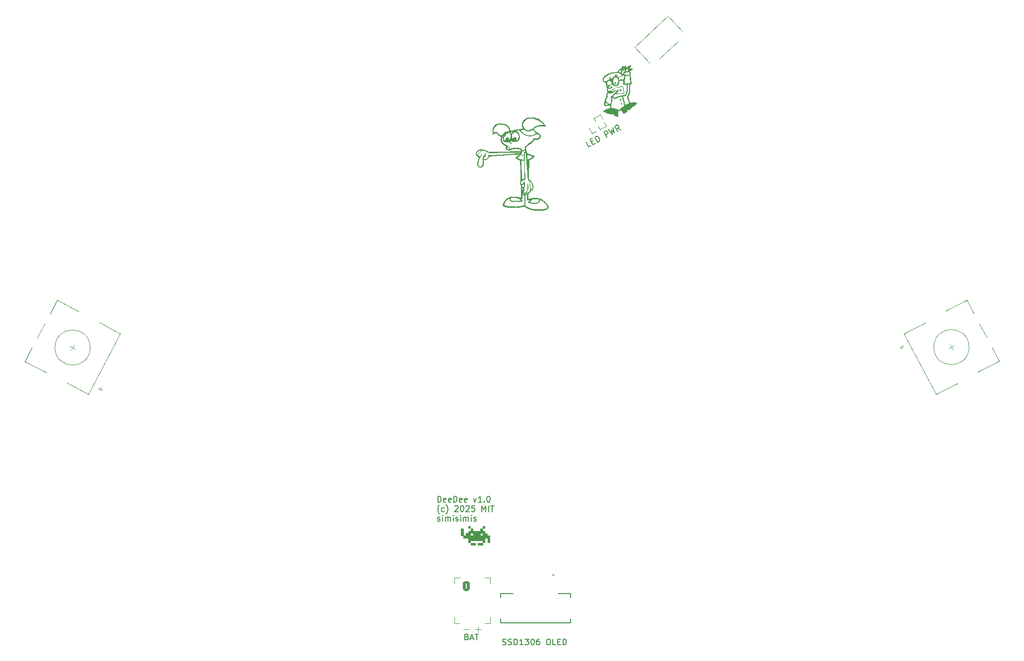
<source format=gto>
G04 #@! TF.GenerationSoftware,KiCad,Pcbnew,8.0.1*
G04 #@! TF.CreationDate,2025-01-05T22:43:36+02:00*
G04 #@! TF.ProjectId,DeeDee_v1,44656544-6565-45f7-9631-2e6b69636164,v1.0.0*
G04 #@! TF.SameCoordinates,Original*
G04 #@! TF.FileFunction,Legend,Top*
G04 #@! TF.FilePolarity,Positive*
%FSLAX46Y46*%
G04 Gerber Fmt 4.6, Leading zero omitted, Abs format (unit mm)*
G04 Created by KiCad (PCBNEW 8.0.1) date 2025-01-05 22:43:36*
%MOMM*%
%LPD*%
G01*
G04 APERTURE LIST*
G04 Aperture macros list*
%AMRoundRect*
0 Rectangle with rounded corners*
0 $1 Rounding radius*
0 $2 $3 $4 $5 $6 $7 $8 $9 X,Y pos of 4 corners*
0 Add a 4 corners polygon primitive as box body*
4,1,4,$2,$3,$4,$5,$6,$7,$8,$9,$2,$3,0*
0 Add four circle primitives for the rounded corners*
1,1,$1+$1,$2,$3*
1,1,$1+$1,$4,$5*
1,1,$1+$1,$6,$7*
1,1,$1+$1,$8,$9*
0 Add four rect primitives between the rounded corners*
20,1,$1+$1,$2,$3,$4,$5,0*
20,1,$1+$1,$4,$5,$6,$7,0*
20,1,$1+$1,$6,$7,$8,$9,0*
20,1,$1+$1,$8,$9,$2,$3,0*%
%AMHorizOval*
0 Thick line with rounded ends*
0 $1 width*
0 $2 $3 position (X,Y) of the first rounded end (center of the circle)*
0 $4 $5 position (X,Y) of the second rounded end (center of the circle)*
0 Add line between two ends*
20,1,$1,$2,$3,$4,$5,0*
0 Add two circle primitives to create the rounded ends*
1,1,$1,$2,$3*
1,1,$1,$4,$5*%
%AMRotRect*
0 Rectangle, with rotation*
0 The origin of the aperture is its center*
0 $1 length*
0 $2 width*
0 $3 Rotation angle, in degrees counterclockwise*
0 Add horizontal line*
21,1,$1,$2,0,0,$3*%
G04 Aperture macros list end*
%ADD10C,0.150000*%
%ADD11C,0.000000*%
%ADD12C,0.120000*%
%ADD13C,0.100000*%
%ADD14C,0.127000*%
%ADD15C,0.200000*%
%ADD16C,3.800000*%
%ADD17RotRect,1.000000X1.000000X118.000000*%
%ADD18HorizOval,1.000000X0.000000X0.000000X0.000000X0.000000X0*%
%ADD19RotRect,3.200000X2.000000X152.000000*%
%ADD20C,1.500000*%
%ADD21RotRect,2.000000X2.000000X152.000000*%
%ADD22C,2.000000*%
%ADD23RotRect,3.200000X2.000000X28.000000*%
%ADD24RotRect,2.000000X2.000000X28.000000*%
%ADD25RoundRect,0.240000X-0.360000X-0.635000X0.360000X-0.635000X0.360000X0.635000X-0.360000X0.635000X0*%
%ADD26O,1.200000X1.750000*%
%ADD27C,2.100000*%
%ADD28R,1.000000X5.500000*%
%ADD29R,1.600000X3.000000*%
%ADD30C,1.900000*%
%ADD31C,3.000000*%
%ADD32C,3.400000*%
%ADD33C,1.700000*%
G04 APERTURE END LIST*
D10*
X193136779Y-148474931D02*
X193136779Y-147474931D01*
X193136779Y-147474931D02*
X193374874Y-147474931D01*
X193374874Y-147474931D02*
X193517731Y-147522550D01*
X193517731Y-147522550D02*
X193612969Y-147617788D01*
X193612969Y-147617788D02*
X193660588Y-147713026D01*
X193660588Y-147713026D02*
X193708207Y-147903502D01*
X193708207Y-147903502D02*
X193708207Y-148046359D01*
X193708207Y-148046359D02*
X193660588Y-148236835D01*
X193660588Y-148236835D02*
X193612969Y-148332073D01*
X193612969Y-148332073D02*
X193517731Y-148427312D01*
X193517731Y-148427312D02*
X193374874Y-148474931D01*
X193374874Y-148474931D02*
X193136779Y-148474931D01*
X194517731Y-148427312D02*
X194422493Y-148474931D01*
X194422493Y-148474931D02*
X194232017Y-148474931D01*
X194232017Y-148474931D02*
X194136779Y-148427312D01*
X194136779Y-148427312D02*
X194089160Y-148332073D01*
X194089160Y-148332073D02*
X194089160Y-147951121D01*
X194089160Y-147951121D02*
X194136779Y-147855883D01*
X194136779Y-147855883D02*
X194232017Y-147808264D01*
X194232017Y-147808264D02*
X194422493Y-147808264D01*
X194422493Y-147808264D02*
X194517731Y-147855883D01*
X194517731Y-147855883D02*
X194565350Y-147951121D01*
X194565350Y-147951121D02*
X194565350Y-148046359D01*
X194565350Y-148046359D02*
X194089160Y-148141597D01*
X195374874Y-148427312D02*
X195279636Y-148474931D01*
X195279636Y-148474931D02*
X195089160Y-148474931D01*
X195089160Y-148474931D02*
X194993922Y-148427312D01*
X194993922Y-148427312D02*
X194946303Y-148332073D01*
X194946303Y-148332073D02*
X194946303Y-147951121D01*
X194946303Y-147951121D02*
X194993922Y-147855883D01*
X194993922Y-147855883D02*
X195089160Y-147808264D01*
X195089160Y-147808264D02*
X195279636Y-147808264D01*
X195279636Y-147808264D02*
X195374874Y-147855883D01*
X195374874Y-147855883D02*
X195422493Y-147951121D01*
X195422493Y-147951121D02*
X195422493Y-148046359D01*
X195422493Y-148046359D02*
X194946303Y-148141597D01*
X195851065Y-148474931D02*
X195851065Y-147474931D01*
X195851065Y-147474931D02*
X196089160Y-147474931D01*
X196089160Y-147474931D02*
X196232017Y-147522550D01*
X196232017Y-147522550D02*
X196327255Y-147617788D01*
X196327255Y-147617788D02*
X196374874Y-147713026D01*
X196374874Y-147713026D02*
X196422493Y-147903502D01*
X196422493Y-147903502D02*
X196422493Y-148046359D01*
X196422493Y-148046359D02*
X196374874Y-148236835D01*
X196374874Y-148236835D02*
X196327255Y-148332073D01*
X196327255Y-148332073D02*
X196232017Y-148427312D01*
X196232017Y-148427312D02*
X196089160Y-148474931D01*
X196089160Y-148474931D02*
X195851065Y-148474931D01*
X197232017Y-148427312D02*
X197136779Y-148474931D01*
X197136779Y-148474931D02*
X196946303Y-148474931D01*
X196946303Y-148474931D02*
X196851065Y-148427312D01*
X196851065Y-148427312D02*
X196803446Y-148332073D01*
X196803446Y-148332073D02*
X196803446Y-147951121D01*
X196803446Y-147951121D02*
X196851065Y-147855883D01*
X196851065Y-147855883D02*
X196946303Y-147808264D01*
X196946303Y-147808264D02*
X197136779Y-147808264D01*
X197136779Y-147808264D02*
X197232017Y-147855883D01*
X197232017Y-147855883D02*
X197279636Y-147951121D01*
X197279636Y-147951121D02*
X197279636Y-148046359D01*
X197279636Y-148046359D02*
X196803446Y-148141597D01*
X198089160Y-148427312D02*
X197993922Y-148474931D01*
X197993922Y-148474931D02*
X197803446Y-148474931D01*
X197803446Y-148474931D02*
X197708208Y-148427312D01*
X197708208Y-148427312D02*
X197660589Y-148332073D01*
X197660589Y-148332073D02*
X197660589Y-147951121D01*
X197660589Y-147951121D02*
X197708208Y-147855883D01*
X197708208Y-147855883D02*
X197803446Y-147808264D01*
X197803446Y-147808264D02*
X197993922Y-147808264D01*
X197993922Y-147808264D02*
X198089160Y-147855883D01*
X198089160Y-147855883D02*
X198136779Y-147951121D01*
X198136779Y-147951121D02*
X198136779Y-148046359D01*
X198136779Y-148046359D02*
X197660589Y-148141597D01*
X199232018Y-147808264D02*
X199470113Y-148474931D01*
X199470113Y-148474931D02*
X199708208Y-147808264D01*
X200612970Y-148474931D02*
X200041542Y-148474931D01*
X200327256Y-148474931D02*
X200327256Y-147474931D01*
X200327256Y-147474931D02*
X200232018Y-147617788D01*
X200232018Y-147617788D02*
X200136780Y-147713026D01*
X200136780Y-147713026D02*
X200041542Y-147760645D01*
X201041542Y-148379692D02*
X201089161Y-148427312D01*
X201089161Y-148427312D02*
X201041542Y-148474931D01*
X201041542Y-148474931D02*
X200993923Y-148427312D01*
X200993923Y-148427312D02*
X201041542Y-148379692D01*
X201041542Y-148379692D02*
X201041542Y-148474931D01*
X201708208Y-147474931D02*
X201803446Y-147474931D01*
X201803446Y-147474931D02*
X201898684Y-147522550D01*
X201898684Y-147522550D02*
X201946303Y-147570169D01*
X201946303Y-147570169D02*
X201993922Y-147665407D01*
X201993922Y-147665407D02*
X202041541Y-147855883D01*
X202041541Y-147855883D02*
X202041541Y-148093978D01*
X202041541Y-148093978D02*
X201993922Y-148284454D01*
X201993922Y-148284454D02*
X201946303Y-148379692D01*
X201946303Y-148379692D02*
X201898684Y-148427312D01*
X201898684Y-148427312D02*
X201803446Y-148474931D01*
X201803446Y-148474931D02*
X201708208Y-148474931D01*
X201708208Y-148474931D02*
X201612970Y-148427312D01*
X201612970Y-148427312D02*
X201565351Y-148379692D01*
X201565351Y-148379692D02*
X201517732Y-148284454D01*
X201517732Y-148284454D02*
X201470113Y-148093978D01*
X201470113Y-148093978D02*
X201470113Y-147855883D01*
X201470113Y-147855883D02*
X201517732Y-147665407D01*
X201517732Y-147665407D02*
X201565351Y-147570169D01*
X201565351Y-147570169D02*
X201612970Y-147522550D01*
X201612970Y-147522550D02*
X201708208Y-147474931D01*
X193422493Y-150465827D02*
X193374874Y-150418208D01*
X193374874Y-150418208D02*
X193279636Y-150275351D01*
X193279636Y-150275351D02*
X193232017Y-150180113D01*
X193232017Y-150180113D02*
X193184398Y-150037256D01*
X193184398Y-150037256D02*
X193136779Y-149799160D01*
X193136779Y-149799160D02*
X193136779Y-149608684D01*
X193136779Y-149608684D02*
X193184398Y-149370589D01*
X193184398Y-149370589D02*
X193232017Y-149227732D01*
X193232017Y-149227732D02*
X193279636Y-149132494D01*
X193279636Y-149132494D02*
X193374874Y-148989636D01*
X193374874Y-148989636D02*
X193422493Y-148942017D01*
X194232017Y-150037256D02*
X194136779Y-150084875D01*
X194136779Y-150084875D02*
X193946303Y-150084875D01*
X193946303Y-150084875D02*
X193851065Y-150037256D01*
X193851065Y-150037256D02*
X193803446Y-149989636D01*
X193803446Y-149989636D02*
X193755827Y-149894398D01*
X193755827Y-149894398D02*
X193755827Y-149608684D01*
X193755827Y-149608684D02*
X193803446Y-149513446D01*
X193803446Y-149513446D02*
X193851065Y-149465827D01*
X193851065Y-149465827D02*
X193946303Y-149418208D01*
X193946303Y-149418208D02*
X194136779Y-149418208D01*
X194136779Y-149418208D02*
X194232017Y-149465827D01*
X194565351Y-150465827D02*
X194612970Y-150418208D01*
X194612970Y-150418208D02*
X194708208Y-150275351D01*
X194708208Y-150275351D02*
X194755827Y-150180113D01*
X194755827Y-150180113D02*
X194803446Y-150037256D01*
X194803446Y-150037256D02*
X194851065Y-149799160D01*
X194851065Y-149799160D02*
X194851065Y-149608684D01*
X194851065Y-149608684D02*
X194803446Y-149370589D01*
X194803446Y-149370589D02*
X194755827Y-149227732D01*
X194755827Y-149227732D02*
X194708208Y-149132494D01*
X194708208Y-149132494D02*
X194612970Y-148989636D01*
X194612970Y-148989636D02*
X194565351Y-148942017D01*
X196041542Y-149180113D02*
X196089161Y-149132494D01*
X196089161Y-149132494D02*
X196184399Y-149084875D01*
X196184399Y-149084875D02*
X196422494Y-149084875D01*
X196422494Y-149084875D02*
X196517732Y-149132494D01*
X196517732Y-149132494D02*
X196565351Y-149180113D01*
X196565351Y-149180113D02*
X196612970Y-149275351D01*
X196612970Y-149275351D02*
X196612970Y-149370589D01*
X196612970Y-149370589D02*
X196565351Y-149513446D01*
X196565351Y-149513446D02*
X195993923Y-150084875D01*
X195993923Y-150084875D02*
X196612970Y-150084875D01*
X197232018Y-149084875D02*
X197327256Y-149084875D01*
X197327256Y-149084875D02*
X197422494Y-149132494D01*
X197422494Y-149132494D02*
X197470113Y-149180113D01*
X197470113Y-149180113D02*
X197517732Y-149275351D01*
X197517732Y-149275351D02*
X197565351Y-149465827D01*
X197565351Y-149465827D02*
X197565351Y-149703922D01*
X197565351Y-149703922D02*
X197517732Y-149894398D01*
X197517732Y-149894398D02*
X197470113Y-149989636D01*
X197470113Y-149989636D02*
X197422494Y-150037256D01*
X197422494Y-150037256D02*
X197327256Y-150084875D01*
X197327256Y-150084875D02*
X197232018Y-150084875D01*
X197232018Y-150084875D02*
X197136780Y-150037256D01*
X197136780Y-150037256D02*
X197089161Y-149989636D01*
X197089161Y-149989636D02*
X197041542Y-149894398D01*
X197041542Y-149894398D02*
X196993923Y-149703922D01*
X196993923Y-149703922D02*
X196993923Y-149465827D01*
X196993923Y-149465827D02*
X197041542Y-149275351D01*
X197041542Y-149275351D02*
X197089161Y-149180113D01*
X197089161Y-149180113D02*
X197136780Y-149132494D01*
X197136780Y-149132494D02*
X197232018Y-149084875D01*
X197946304Y-149180113D02*
X197993923Y-149132494D01*
X197993923Y-149132494D02*
X198089161Y-149084875D01*
X198089161Y-149084875D02*
X198327256Y-149084875D01*
X198327256Y-149084875D02*
X198422494Y-149132494D01*
X198422494Y-149132494D02*
X198470113Y-149180113D01*
X198470113Y-149180113D02*
X198517732Y-149275351D01*
X198517732Y-149275351D02*
X198517732Y-149370589D01*
X198517732Y-149370589D02*
X198470113Y-149513446D01*
X198470113Y-149513446D02*
X197898685Y-150084875D01*
X197898685Y-150084875D02*
X198517732Y-150084875D01*
X199422494Y-149084875D02*
X198946304Y-149084875D01*
X198946304Y-149084875D02*
X198898685Y-149561065D01*
X198898685Y-149561065D02*
X198946304Y-149513446D01*
X198946304Y-149513446D02*
X199041542Y-149465827D01*
X199041542Y-149465827D02*
X199279637Y-149465827D01*
X199279637Y-149465827D02*
X199374875Y-149513446D01*
X199374875Y-149513446D02*
X199422494Y-149561065D01*
X199422494Y-149561065D02*
X199470113Y-149656303D01*
X199470113Y-149656303D02*
X199470113Y-149894398D01*
X199470113Y-149894398D02*
X199422494Y-149989636D01*
X199422494Y-149989636D02*
X199374875Y-150037256D01*
X199374875Y-150037256D02*
X199279637Y-150084875D01*
X199279637Y-150084875D02*
X199041542Y-150084875D01*
X199041542Y-150084875D02*
X198946304Y-150037256D01*
X198946304Y-150037256D02*
X198898685Y-149989636D01*
X200660590Y-150084875D02*
X200660590Y-149084875D01*
X200660590Y-149084875D02*
X200993923Y-149799160D01*
X200993923Y-149799160D02*
X201327256Y-149084875D01*
X201327256Y-149084875D02*
X201327256Y-150084875D01*
X201803447Y-150084875D02*
X201803447Y-149084875D01*
X202136780Y-149084875D02*
X202708208Y-149084875D01*
X202422494Y-150084875D02*
X202422494Y-149084875D01*
X193089160Y-151647200D02*
X193184398Y-151694819D01*
X193184398Y-151694819D02*
X193374874Y-151694819D01*
X193374874Y-151694819D02*
X193470112Y-151647200D01*
X193470112Y-151647200D02*
X193517731Y-151551961D01*
X193517731Y-151551961D02*
X193517731Y-151504342D01*
X193517731Y-151504342D02*
X193470112Y-151409104D01*
X193470112Y-151409104D02*
X193374874Y-151361485D01*
X193374874Y-151361485D02*
X193232017Y-151361485D01*
X193232017Y-151361485D02*
X193136779Y-151313866D01*
X193136779Y-151313866D02*
X193089160Y-151218628D01*
X193089160Y-151218628D02*
X193089160Y-151171009D01*
X193089160Y-151171009D02*
X193136779Y-151075771D01*
X193136779Y-151075771D02*
X193232017Y-151028152D01*
X193232017Y-151028152D02*
X193374874Y-151028152D01*
X193374874Y-151028152D02*
X193470112Y-151075771D01*
X193946303Y-151694819D02*
X193946303Y-151028152D01*
X193946303Y-150694819D02*
X193898684Y-150742438D01*
X193898684Y-150742438D02*
X193946303Y-150790057D01*
X193946303Y-150790057D02*
X193993922Y-150742438D01*
X193993922Y-150742438D02*
X193946303Y-150694819D01*
X193946303Y-150694819D02*
X193946303Y-150790057D01*
X194422493Y-151694819D02*
X194422493Y-151028152D01*
X194422493Y-151123390D02*
X194470112Y-151075771D01*
X194470112Y-151075771D02*
X194565350Y-151028152D01*
X194565350Y-151028152D02*
X194708207Y-151028152D01*
X194708207Y-151028152D02*
X194803445Y-151075771D01*
X194803445Y-151075771D02*
X194851064Y-151171009D01*
X194851064Y-151171009D02*
X194851064Y-151694819D01*
X194851064Y-151171009D02*
X194898683Y-151075771D01*
X194898683Y-151075771D02*
X194993921Y-151028152D01*
X194993921Y-151028152D02*
X195136778Y-151028152D01*
X195136778Y-151028152D02*
X195232017Y-151075771D01*
X195232017Y-151075771D02*
X195279636Y-151171009D01*
X195279636Y-151171009D02*
X195279636Y-151694819D01*
X195755826Y-151694819D02*
X195755826Y-151028152D01*
X195755826Y-150694819D02*
X195708207Y-150742438D01*
X195708207Y-150742438D02*
X195755826Y-150790057D01*
X195755826Y-150790057D02*
X195803445Y-150742438D01*
X195803445Y-150742438D02*
X195755826Y-150694819D01*
X195755826Y-150694819D02*
X195755826Y-150790057D01*
X196184397Y-151647200D02*
X196279635Y-151694819D01*
X196279635Y-151694819D02*
X196470111Y-151694819D01*
X196470111Y-151694819D02*
X196565349Y-151647200D01*
X196565349Y-151647200D02*
X196612968Y-151551961D01*
X196612968Y-151551961D02*
X196612968Y-151504342D01*
X196612968Y-151504342D02*
X196565349Y-151409104D01*
X196565349Y-151409104D02*
X196470111Y-151361485D01*
X196470111Y-151361485D02*
X196327254Y-151361485D01*
X196327254Y-151361485D02*
X196232016Y-151313866D01*
X196232016Y-151313866D02*
X196184397Y-151218628D01*
X196184397Y-151218628D02*
X196184397Y-151171009D01*
X196184397Y-151171009D02*
X196232016Y-151075771D01*
X196232016Y-151075771D02*
X196327254Y-151028152D01*
X196327254Y-151028152D02*
X196470111Y-151028152D01*
X196470111Y-151028152D02*
X196565349Y-151075771D01*
X197041540Y-151694819D02*
X197041540Y-151028152D01*
X197041540Y-150694819D02*
X196993921Y-150742438D01*
X196993921Y-150742438D02*
X197041540Y-150790057D01*
X197041540Y-150790057D02*
X197089159Y-150742438D01*
X197089159Y-150742438D02*
X197041540Y-150694819D01*
X197041540Y-150694819D02*
X197041540Y-150790057D01*
X197517730Y-151694819D02*
X197517730Y-151028152D01*
X197517730Y-151123390D02*
X197565349Y-151075771D01*
X197565349Y-151075771D02*
X197660587Y-151028152D01*
X197660587Y-151028152D02*
X197803444Y-151028152D01*
X197803444Y-151028152D02*
X197898682Y-151075771D01*
X197898682Y-151075771D02*
X197946301Y-151171009D01*
X197946301Y-151171009D02*
X197946301Y-151694819D01*
X197946301Y-151171009D02*
X197993920Y-151075771D01*
X197993920Y-151075771D02*
X198089158Y-151028152D01*
X198089158Y-151028152D02*
X198232015Y-151028152D01*
X198232015Y-151028152D02*
X198327254Y-151075771D01*
X198327254Y-151075771D02*
X198374873Y-151171009D01*
X198374873Y-151171009D02*
X198374873Y-151694819D01*
X198851063Y-151694819D02*
X198851063Y-151028152D01*
X198851063Y-150694819D02*
X198803444Y-150742438D01*
X198803444Y-150742438D02*
X198851063Y-150790057D01*
X198851063Y-150790057D02*
X198898682Y-150742438D01*
X198898682Y-150742438D02*
X198851063Y-150694819D01*
X198851063Y-150694819D02*
X198851063Y-150790057D01*
X199279634Y-151647200D02*
X199374872Y-151694819D01*
X199374872Y-151694819D02*
X199565348Y-151694819D01*
X199565348Y-151694819D02*
X199660586Y-151647200D01*
X199660586Y-151647200D02*
X199708205Y-151551961D01*
X199708205Y-151551961D02*
X199708205Y-151504342D01*
X199708205Y-151504342D02*
X199660586Y-151409104D01*
X199660586Y-151409104D02*
X199565348Y-151361485D01*
X199565348Y-151361485D02*
X199422491Y-151361485D01*
X199422491Y-151361485D02*
X199327253Y-151313866D01*
X199327253Y-151313866D02*
X199279634Y-151218628D01*
X199279634Y-151218628D02*
X199279634Y-151171009D01*
X199279634Y-151171009D02*
X199327253Y-151075771D01*
X199327253Y-151075771D02*
X199422491Y-151028152D01*
X199422491Y-151028152D02*
X199565348Y-151028152D01*
X199565348Y-151028152D02*
X199660586Y-151075771D01*
X219270508Y-87595828D02*
X218850056Y-87819386D01*
X218850056Y-87819386D02*
X218380585Y-86936439D01*
X219318910Y-86976841D02*
X219613226Y-86820351D01*
X219985275Y-87215780D02*
X219564824Y-87439338D01*
X219564824Y-87439338D02*
X219095352Y-86556390D01*
X219095352Y-86556390D02*
X219515803Y-86332832D01*
X220363681Y-87014578D02*
X219894210Y-86131630D01*
X219894210Y-86131630D02*
X220104435Y-86019851D01*
X220104435Y-86019851D02*
X220252926Y-85994829D01*
X220252926Y-85994829D02*
X220381728Y-86034208D01*
X220381728Y-86034208D02*
X220468485Y-86095942D01*
X220468485Y-86095942D02*
X220599953Y-86241767D01*
X220599953Y-86241767D02*
X220667021Y-86367902D01*
X220667021Y-86367902D02*
X220714399Y-86558439D01*
X220714399Y-86558439D02*
X220717065Y-86664885D01*
X220717065Y-86664885D02*
X220677686Y-86793686D01*
X220677686Y-86793686D02*
X220573907Y-86902799D01*
X220573907Y-86902799D02*
X220363681Y-87014578D01*
X221919351Y-86187414D02*
X221449879Y-85304466D01*
X221449879Y-85304466D02*
X221786240Y-85125620D01*
X221786240Y-85125620D02*
X221892686Y-85122953D01*
X221892686Y-85122953D02*
X221957087Y-85142643D01*
X221957087Y-85142643D02*
X222043844Y-85204377D01*
X222043844Y-85204377D02*
X222110911Y-85330512D01*
X222110911Y-85330512D02*
X222113578Y-85436958D01*
X222113578Y-85436958D02*
X222093889Y-85501359D01*
X222093889Y-85501359D02*
X222032154Y-85588116D01*
X222032154Y-85588116D02*
X221695793Y-85766962D01*
X222248737Y-84879706D02*
X222928434Y-85650875D01*
X222928434Y-85650875D02*
X222761278Y-84930775D01*
X222761278Y-84930775D02*
X223264795Y-85472028D01*
X223264795Y-85472028D02*
X223005549Y-84477302D01*
X224315923Y-84913134D02*
X223798049Y-84649173D01*
X223811381Y-85181403D02*
X223341910Y-84298456D01*
X223341910Y-84298456D02*
X223678271Y-84119609D01*
X223678271Y-84119609D02*
X223784717Y-84116943D01*
X223784717Y-84116943D02*
X223849118Y-84136632D01*
X223849118Y-84136632D02*
X223935874Y-84198367D01*
X223935874Y-84198367D02*
X224002942Y-84324502D01*
X224002942Y-84324502D02*
X224005608Y-84430948D01*
X224005608Y-84430948D02*
X223985919Y-84495349D01*
X223985919Y-84495349D02*
X223924184Y-84582106D01*
X223924184Y-84582106D02*
X223587823Y-84760952D01*
X198098805Y-171478088D02*
X198241662Y-171525707D01*
X198241662Y-171525707D02*
X198289281Y-171573326D01*
X198289281Y-171573326D02*
X198336900Y-171668564D01*
X198336900Y-171668564D02*
X198336900Y-171811421D01*
X198336900Y-171811421D02*
X198289281Y-171906659D01*
X198289281Y-171906659D02*
X198241662Y-171954279D01*
X198241662Y-171954279D02*
X198146424Y-172001898D01*
X198146424Y-172001898D02*
X197765472Y-172001898D01*
X197765472Y-172001898D02*
X197765472Y-171001898D01*
X197765472Y-171001898D02*
X198098805Y-171001898D01*
X198098805Y-171001898D02*
X198194043Y-171049517D01*
X198194043Y-171049517D02*
X198241662Y-171097136D01*
X198241662Y-171097136D02*
X198289281Y-171192374D01*
X198289281Y-171192374D02*
X198289281Y-171287612D01*
X198289281Y-171287612D02*
X198241662Y-171382850D01*
X198241662Y-171382850D02*
X198194043Y-171430469D01*
X198194043Y-171430469D02*
X198098805Y-171478088D01*
X198098805Y-171478088D02*
X197765472Y-171478088D01*
X198717853Y-171716183D02*
X199194043Y-171716183D01*
X198622615Y-172001898D02*
X198955948Y-171001898D01*
X198955948Y-171001898D02*
X199289281Y-172001898D01*
X199479758Y-171001898D02*
X200051186Y-171001898D01*
X199765472Y-172001898D02*
X199765472Y-171001898D01*
X204197656Y-172794688D02*
X204340513Y-172842307D01*
X204340513Y-172842307D02*
X204578608Y-172842307D01*
X204578608Y-172842307D02*
X204673846Y-172794688D01*
X204673846Y-172794688D02*
X204721465Y-172747068D01*
X204721465Y-172747068D02*
X204769084Y-172651830D01*
X204769084Y-172651830D02*
X204769084Y-172556592D01*
X204769084Y-172556592D02*
X204721465Y-172461354D01*
X204721465Y-172461354D02*
X204673846Y-172413735D01*
X204673846Y-172413735D02*
X204578608Y-172366116D01*
X204578608Y-172366116D02*
X204388132Y-172318497D01*
X204388132Y-172318497D02*
X204292894Y-172270878D01*
X204292894Y-172270878D02*
X204245275Y-172223259D01*
X204245275Y-172223259D02*
X204197656Y-172128021D01*
X204197656Y-172128021D02*
X204197656Y-172032783D01*
X204197656Y-172032783D02*
X204245275Y-171937545D01*
X204245275Y-171937545D02*
X204292894Y-171889926D01*
X204292894Y-171889926D02*
X204388132Y-171842307D01*
X204388132Y-171842307D02*
X204626227Y-171842307D01*
X204626227Y-171842307D02*
X204769084Y-171889926D01*
X205150037Y-172794688D02*
X205292894Y-172842307D01*
X205292894Y-172842307D02*
X205530989Y-172842307D01*
X205530989Y-172842307D02*
X205626227Y-172794688D01*
X205626227Y-172794688D02*
X205673846Y-172747068D01*
X205673846Y-172747068D02*
X205721465Y-172651830D01*
X205721465Y-172651830D02*
X205721465Y-172556592D01*
X205721465Y-172556592D02*
X205673846Y-172461354D01*
X205673846Y-172461354D02*
X205626227Y-172413735D01*
X205626227Y-172413735D02*
X205530989Y-172366116D01*
X205530989Y-172366116D02*
X205340513Y-172318497D01*
X205340513Y-172318497D02*
X205245275Y-172270878D01*
X205245275Y-172270878D02*
X205197656Y-172223259D01*
X205197656Y-172223259D02*
X205150037Y-172128021D01*
X205150037Y-172128021D02*
X205150037Y-172032783D01*
X205150037Y-172032783D02*
X205197656Y-171937545D01*
X205197656Y-171937545D02*
X205245275Y-171889926D01*
X205245275Y-171889926D02*
X205340513Y-171842307D01*
X205340513Y-171842307D02*
X205578608Y-171842307D01*
X205578608Y-171842307D02*
X205721465Y-171889926D01*
X206150037Y-172842307D02*
X206150037Y-171842307D01*
X206150037Y-171842307D02*
X206388132Y-171842307D01*
X206388132Y-171842307D02*
X206530989Y-171889926D01*
X206530989Y-171889926D02*
X206626227Y-171985164D01*
X206626227Y-171985164D02*
X206673846Y-172080402D01*
X206673846Y-172080402D02*
X206721465Y-172270878D01*
X206721465Y-172270878D02*
X206721465Y-172413735D01*
X206721465Y-172413735D02*
X206673846Y-172604211D01*
X206673846Y-172604211D02*
X206626227Y-172699449D01*
X206626227Y-172699449D02*
X206530989Y-172794688D01*
X206530989Y-172794688D02*
X206388132Y-172842307D01*
X206388132Y-172842307D02*
X206150037Y-172842307D01*
X207673846Y-172842307D02*
X207102418Y-172842307D01*
X207388132Y-172842307D02*
X207388132Y-171842307D01*
X207388132Y-171842307D02*
X207292894Y-171985164D01*
X207292894Y-171985164D02*
X207197656Y-172080402D01*
X207197656Y-172080402D02*
X207102418Y-172128021D01*
X208007180Y-171842307D02*
X208626227Y-171842307D01*
X208626227Y-171842307D02*
X208292894Y-172223259D01*
X208292894Y-172223259D02*
X208435751Y-172223259D01*
X208435751Y-172223259D02*
X208530989Y-172270878D01*
X208530989Y-172270878D02*
X208578608Y-172318497D01*
X208578608Y-172318497D02*
X208626227Y-172413735D01*
X208626227Y-172413735D02*
X208626227Y-172651830D01*
X208626227Y-172651830D02*
X208578608Y-172747068D01*
X208578608Y-172747068D02*
X208530989Y-172794688D01*
X208530989Y-172794688D02*
X208435751Y-172842307D01*
X208435751Y-172842307D02*
X208150037Y-172842307D01*
X208150037Y-172842307D02*
X208054799Y-172794688D01*
X208054799Y-172794688D02*
X208007180Y-172747068D01*
X209245275Y-171842307D02*
X209340513Y-171842307D01*
X209340513Y-171842307D02*
X209435751Y-171889926D01*
X209435751Y-171889926D02*
X209483370Y-171937545D01*
X209483370Y-171937545D02*
X209530989Y-172032783D01*
X209530989Y-172032783D02*
X209578608Y-172223259D01*
X209578608Y-172223259D02*
X209578608Y-172461354D01*
X209578608Y-172461354D02*
X209530989Y-172651830D01*
X209530989Y-172651830D02*
X209483370Y-172747068D01*
X209483370Y-172747068D02*
X209435751Y-172794688D01*
X209435751Y-172794688D02*
X209340513Y-172842307D01*
X209340513Y-172842307D02*
X209245275Y-172842307D01*
X209245275Y-172842307D02*
X209150037Y-172794688D01*
X209150037Y-172794688D02*
X209102418Y-172747068D01*
X209102418Y-172747068D02*
X209054799Y-172651830D01*
X209054799Y-172651830D02*
X209007180Y-172461354D01*
X209007180Y-172461354D02*
X209007180Y-172223259D01*
X209007180Y-172223259D02*
X209054799Y-172032783D01*
X209054799Y-172032783D02*
X209102418Y-171937545D01*
X209102418Y-171937545D02*
X209150037Y-171889926D01*
X209150037Y-171889926D02*
X209245275Y-171842307D01*
X210435751Y-171842307D02*
X210245275Y-171842307D01*
X210245275Y-171842307D02*
X210150037Y-171889926D01*
X210150037Y-171889926D02*
X210102418Y-171937545D01*
X210102418Y-171937545D02*
X210007180Y-172080402D01*
X210007180Y-172080402D02*
X209959561Y-172270878D01*
X209959561Y-172270878D02*
X209959561Y-172651830D01*
X209959561Y-172651830D02*
X210007180Y-172747068D01*
X210007180Y-172747068D02*
X210054799Y-172794688D01*
X210054799Y-172794688D02*
X210150037Y-172842307D01*
X210150037Y-172842307D02*
X210340513Y-172842307D01*
X210340513Y-172842307D02*
X210435751Y-172794688D01*
X210435751Y-172794688D02*
X210483370Y-172747068D01*
X210483370Y-172747068D02*
X210530989Y-172651830D01*
X210530989Y-172651830D02*
X210530989Y-172413735D01*
X210530989Y-172413735D02*
X210483370Y-172318497D01*
X210483370Y-172318497D02*
X210435751Y-172270878D01*
X210435751Y-172270878D02*
X210340513Y-172223259D01*
X210340513Y-172223259D02*
X210150037Y-172223259D01*
X210150037Y-172223259D02*
X210054799Y-172270878D01*
X210054799Y-172270878D02*
X210007180Y-172318497D01*
X210007180Y-172318497D02*
X209959561Y-172413735D01*
X211911942Y-171842307D02*
X212102418Y-171842307D01*
X212102418Y-171842307D02*
X212197656Y-171889926D01*
X212197656Y-171889926D02*
X212292894Y-171985164D01*
X212292894Y-171985164D02*
X212340513Y-172175640D01*
X212340513Y-172175640D02*
X212340513Y-172508973D01*
X212340513Y-172508973D02*
X212292894Y-172699449D01*
X212292894Y-172699449D02*
X212197656Y-172794688D01*
X212197656Y-172794688D02*
X212102418Y-172842307D01*
X212102418Y-172842307D02*
X211911942Y-172842307D01*
X211911942Y-172842307D02*
X211816704Y-172794688D01*
X211816704Y-172794688D02*
X211721466Y-172699449D01*
X211721466Y-172699449D02*
X211673847Y-172508973D01*
X211673847Y-172508973D02*
X211673847Y-172175640D01*
X211673847Y-172175640D02*
X211721466Y-171985164D01*
X211721466Y-171985164D02*
X211816704Y-171889926D01*
X211816704Y-171889926D02*
X211911942Y-171842307D01*
X213245275Y-172842307D02*
X212769085Y-172842307D01*
X212769085Y-172842307D02*
X212769085Y-171842307D01*
X213578609Y-172318497D02*
X213911942Y-172318497D01*
X214054799Y-172842307D02*
X213578609Y-172842307D01*
X213578609Y-172842307D02*
X213578609Y-171842307D01*
X213578609Y-171842307D02*
X214054799Y-171842307D01*
X214483371Y-172842307D02*
X214483371Y-171842307D01*
X214483371Y-171842307D02*
X214721466Y-171842307D01*
X214721466Y-171842307D02*
X214864323Y-171889926D01*
X214864323Y-171889926D02*
X214959561Y-171985164D01*
X214959561Y-171985164D02*
X215007180Y-172080402D01*
X215007180Y-172080402D02*
X215054799Y-172270878D01*
X215054799Y-172270878D02*
X215054799Y-172413735D01*
X215054799Y-172413735D02*
X215007180Y-172604211D01*
X215007180Y-172604211D02*
X214959561Y-172699449D01*
X214959561Y-172699449D02*
X214864323Y-172794688D01*
X214864323Y-172794688D02*
X214721466Y-172842307D01*
X214721466Y-172842307D02*
X214483371Y-172842307D01*
D11*
G36*
X198608913Y-152561437D02*
G01*
X198665725Y-152562404D01*
X198706677Y-152564226D01*
X198734362Y-152567076D01*
X198751373Y-152571127D01*
X198759963Y-152576196D01*
X198765580Y-152586068D01*
X198769683Y-152604609D01*
X198772472Y-152634539D01*
X198774145Y-152678578D01*
X198774902Y-152739447D01*
X198775000Y-152781317D01*
X198775000Y-152971394D01*
X198977632Y-152974254D01*
X199180264Y-152977114D01*
X199183122Y-153179830D01*
X199185981Y-153382546D01*
X199791017Y-153382546D01*
X200396053Y-153382546D01*
X200396053Y-153177197D01*
X200396053Y-152971849D01*
X200601316Y-152971849D01*
X200806579Y-152971849D01*
X200806579Y-152766501D01*
X200806579Y-152561153D01*
X201027632Y-152561153D01*
X201248685Y-152561153D01*
X201248685Y-152782297D01*
X201248685Y-153003441D01*
X201043421Y-153003441D01*
X200838158Y-153003441D01*
X200838158Y-153192766D01*
X200838158Y-153382091D01*
X201040790Y-153384951D01*
X201243421Y-153387811D01*
X201246275Y-153595570D01*
X201249128Y-153803329D01*
X201456801Y-153806184D01*
X201664474Y-153809038D01*
X201667332Y-154011527D01*
X201670190Y-154214016D01*
X201872595Y-154216875D01*
X202075000Y-154219735D01*
X202077714Y-154854208D01*
X202080428Y-155488682D01*
X201870680Y-155488682D01*
X201805471Y-155488371D01*
X201746823Y-155487507D01*
X201698235Y-155486187D01*
X201663208Y-155484511D01*
X201645241Y-155482577D01*
X201644282Y-155482290D01*
X201640007Y-155478803D01*
X201636521Y-155470656D01*
X201633748Y-155455904D01*
X201631608Y-155432605D01*
X201630022Y-155398817D01*
X201628911Y-155352597D01*
X201628198Y-155292001D01*
X201627802Y-155215088D01*
X201627645Y-155119914D01*
X201627632Y-155071593D01*
X201627632Y-154667288D01*
X201438158Y-154667288D01*
X201248685Y-154667288D01*
X201248685Y-155077985D01*
X201248685Y-155488682D01*
X201043421Y-155488682D01*
X200838158Y-155488682D01*
X200838158Y-155694030D01*
X200838158Y-155899378D01*
X200406579Y-155899378D01*
X199975000Y-155899378D01*
X199975000Y-155684626D01*
X199975183Y-155611127D01*
X199975866Y-155556017D01*
X199977249Y-155516626D01*
X199979534Y-155490282D01*
X199982921Y-155474316D01*
X199987613Y-155466058D01*
X199991651Y-155463481D01*
X200005632Y-155462045D01*
X200038248Y-155460720D01*
X200087081Y-155459546D01*
X200149714Y-155458559D01*
X200223729Y-155457796D01*
X200306709Y-155457295D01*
X200396236Y-155457092D01*
X200407440Y-155457089D01*
X200806579Y-155457089D01*
X200806579Y-155267537D01*
X200806579Y-155077985D01*
X199790790Y-155077985D01*
X198775000Y-155077985D01*
X198775000Y-155267537D01*
X198775000Y-155457089D01*
X199185527Y-155457089D01*
X199596053Y-155457089D01*
X199596053Y-155678234D01*
X199596053Y-155899378D01*
X199171492Y-155899378D01*
X199078933Y-155899209D01*
X198992990Y-155898728D01*
X198915929Y-155897972D01*
X198850019Y-155896976D01*
X198797527Y-155895779D01*
X198760723Y-155894417D01*
X198741875Y-155892927D01*
X198739913Y-155892358D01*
X198737710Y-155880088D01*
X198735791Y-155850162D01*
X198734271Y-155805982D01*
X198733267Y-155750952D01*
X198732895Y-155688476D01*
X198732895Y-155687009D01*
X198732895Y-155488682D01*
X198527632Y-155488682D01*
X198322369Y-155488682D01*
X198322369Y-155077985D01*
X198322369Y-154667288D01*
X197921617Y-154667288D01*
X197816404Y-154667176D01*
X197730342Y-154666792D01*
X197661534Y-154666068D01*
X197608078Y-154664935D01*
X197568076Y-154663325D01*
X197539629Y-154661169D01*
X197520836Y-154658398D01*
X197509798Y-154654943D01*
X197505827Y-154652245D01*
X197500287Y-154642524D01*
X197496218Y-154624257D01*
X197493429Y-154594758D01*
X197491728Y-154551339D01*
X197490923Y-154491316D01*
X197490790Y-154441631D01*
X197490790Y-154246061D01*
X197285527Y-154246061D01*
X197080264Y-154246061D01*
X197080264Y-153608955D01*
X197080264Y-152971849D01*
X197306579Y-152971849D01*
X197532895Y-152971849D01*
X197532895Y-153593159D01*
X197532895Y-154214469D01*
X197722369Y-154214469D01*
X197911842Y-154214469D01*
X197911842Y-154009121D01*
X197911842Y-153835365D01*
X198775000Y-153835365D01*
X198775000Y-154024917D01*
X198775000Y-154214469D01*
X198964474Y-154214469D01*
X199153948Y-154214469D01*
X199153948Y-154024917D01*
X199153948Y-153835365D01*
X200427632Y-153835365D01*
X200427632Y-154024917D01*
X200427632Y-154214469D01*
X200617106Y-154214469D01*
X200806579Y-154214469D01*
X200806579Y-154024917D01*
X200806579Y-153835365D01*
X200617106Y-153835365D01*
X200427632Y-153835365D01*
X199153948Y-153835365D01*
X198964474Y-153835365D01*
X198775000Y-153835365D01*
X197911842Y-153835365D01*
X197911842Y-153803773D01*
X198117106Y-153803773D01*
X198322369Y-153803773D01*
X198322369Y-153593159D01*
X198322369Y-153382546D01*
X198527632Y-153382546D01*
X198732895Y-153382546D01*
X198732895Y-153198259D01*
X198732895Y-153013972D01*
X198542670Y-153013972D01*
X198471316Y-153013636D01*
X198418289Y-153012495D01*
X198380871Y-153010351D01*
X198356345Y-153007005D01*
X198341994Y-153002256D01*
X198337406Y-152998928D01*
X198332070Y-152989598D01*
X198328095Y-152972035D01*
X198325310Y-152943643D01*
X198323542Y-152901830D01*
X198322619Y-152844000D01*
X198322369Y-152772518D01*
X198322369Y-152561153D01*
X198533647Y-152561153D01*
X198608913Y-152561437D01*
G37*
D12*
X219455630Y-85559185D02*
X218934516Y-84579111D01*
X219755482Y-82885441D02*
X220819435Y-82319730D01*
X220012063Y-83367998D02*
X219755482Y-82885441D01*
X220126669Y-85202384D02*
X219455630Y-85559185D01*
X220797710Y-84845585D02*
X220541131Y-84363027D01*
X220797710Y-84845585D02*
X221861661Y-84279871D01*
X221196171Y-83028269D02*
X220819435Y-82319730D01*
X221861661Y-84279871D02*
X221484925Y-83571333D01*
X122712189Y-124429412D02*
X123932817Y-122133747D01*
X124871761Y-120367853D02*
X126092387Y-118072189D01*
X126332276Y-126354245D02*
X122712189Y-124429412D01*
X127031330Y-116306294D02*
X128251957Y-114010631D01*
X128251957Y-114010631D02*
X131872040Y-115935465D01*
X129911014Y-128143838D02*
X133531099Y-130068670D01*
X130633318Y-122525271D02*
X131102789Y-121642325D01*
X131309527Y-122318532D02*
X130426580Y-121849062D01*
X133531099Y-130068670D02*
X139023916Y-119738183D01*
X135300443Y-129084078D02*
X135706168Y-128960033D01*
X135403832Y-117813350D02*
X139023916Y-119738183D01*
X135706168Y-128960033D02*
X135830212Y-129365762D01*
X135830212Y-129365762D02*
X135300443Y-129084078D01*
X133868056Y-122083797D02*
G75*
G02*
X127868054Y-122083797I-3000001J0D01*
G01*
X127868054Y-122083797D02*
G75*
G02*
X133868056Y-122083797I3000001J0D01*
G01*
X271895496Y-122054953D02*
X272425262Y-121773270D01*
X272301220Y-122178994D02*
X271895496Y-122054953D01*
X272425262Y-121773270D02*
X272301220Y-122178994D01*
X272598404Y-119755841D02*
X278091221Y-130086328D01*
X276218490Y-117831007D02*
X272598404Y-119755841D01*
X279703332Y-115864827D02*
X283323419Y-113939992D01*
X280265847Y-122247897D02*
X281148792Y-121778425D01*
X280472584Y-121571687D02*
X280942054Y-122454634D01*
X281711306Y-128161495D02*
X278091221Y-130086328D01*
X283323419Y-113939992D02*
X284544045Y-116235658D01*
X285482987Y-118001551D02*
X286703613Y-120297218D01*
X287642555Y-122063113D02*
X288863182Y-124358775D01*
X288863182Y-124358775D02*
X285243097Y-126283607D01*
X283707319Y-122013160D02*
G75*
G02*
X277707317Y-122013160I-3000001J0D01*
G01*
X277707317Y-122013160D02*
G75*
G02*
X283707319Y-122013160I3000001J0D01*
G01*
X195946463Y-161361683D02*
X195946463Y-162361683D01*
X195946464Y-169181685D02*
X195946463Y-168181683D01*
X196866460Y-169181684D02*
X195946464Y-169181685D01*
X196946463Y-161361683D02*
X195946463Y-161361683D01*
D13*
X197506462Y-170221684D02*
X198506462Y-170221681D01*
X200006464Y-169721682D02*
X200006463Y-170721684D01*
X200506464Y-170221684D02*
X199506464Y-170221681D01*
D12*
X201146461Y-169181684D02*
X202066460Y-169181684D01*
X201146463Y-161361683D02*
X202066463Y-161361683D01*
X202066460Y-169181684D02*
X202066463Y-168181683D01*
X202066463Y-161361683D02*
X202066463Y-162361683D01*
X226721900Y-70812486D02*
X232403195Y-65468058D01*
X229243374Y-73492891D02*
X226721900Y-70812486D01*
X230870001Y-72813927D02*
X234147667Y-69730604D01*
X234924668Y-68148463D02*
X232403195Y-65468058D01*
D14*
X203831464Y-169071687D02*
X203831467Y-168391685D01*
X203831468Y-164071684D02*
X203831464Y-164751686D01*
X203831468Y-164071684D02*
X205986466Y-164071685D01*
X213626466Y-164071686D02*
X215781468Y-164071685D01*
X215781464Y-169071688D02*
X203831464Y-169071687D01*
X215781468Y-164071685D02*
X215781465Y-164751687D01*
X215781468Y-168391686D02*
X215781464Y-169071688D01*
D15*
X212906465Y-160921685D02*
G75*
G02*
X212706467Y-160921685I-99999J0D01*
G01*
X212706467Y-160921685D02*
G75*
G02*
X212906465Y-160921685I99999J0D01*
G01*
D11*
G36*
X205364399Y-87918910D02*
G01*
X205430144Y-87976725D01*
X205437393Y-88038955D01*
X205390874Y-88127899D01*
X205308380Y-88149405D01*
X205223502Y-88098068D01*
X205207520Y-88075946D01*
X205135032Y-88012516D01*
X205077098Y-88006020D01*
X205059418Y-88002117D01*
X205113087Y-87963979D01*
X205124562Y-87957181D01*
X205254395Y-87910266D01*
X205364399Y-87918910D01*
G37*
G36*
X209230622Y-82783766D02*
G01*
X209406627Y-82790378D01*
X209539044Y-82800904D01*
X209594490Y-82810865D01*
X209927592Y-82919547D01*
X210193431Y-83018756D01*
X210385736Y-83105725D01*
X210498248Y-83177689D01*
X210526598Y-83222426D01*
X210564365Y-83262811D01*
X210596505Y-83267944D01*
X210658527Y-83293111D01*
X210666415Y-83314549D01*
X210702284Y-83359309D01*
X210716112Y-83361156D01*
X210779224Y-83394616D01*
X210885977Y-83484175D01*
X211021229Y-83613599D01*
X211169828Y-83766651D01*
X211316633Y-83927100D01*
X211446494Y-84078703D01*
X211544266Y-84205234D01*
X211594804Y-84290454D01*
X211598535Y-84306986D01*
X211554873Y-84309778D01*
X211435583Y-84310516D01*
X211258227Y-84309253D01*
X211040362Y-84306029D01*
X211010606Y-84305479D01*
X210782780Y-84303760D01*
X210587248Y-84307106D01*
X210443737Y-84314843D01*
X210371959Y-84326292D01*
X210369767Y-84327434D01*
X210280360Y-84362542D01*
X210225231Y-84374723D01*
X210115085Y-84411320D01*
X210028797Y-84457631D01*
X209923232Y-84510025D01*
X209852000Y-84526294D01*
X209768972Y-84559239D01*
X209700188Y-84619503D01*
X209616823Y-84690266D01*
X209555467Y-84712714D01*
X209520947Y-84729030D01*
X209542463Y-84790028D01*
X209573709Y-84840881D01*
X209665439Y-84961313D01*
X209790630Y-85099133D01*
X209929971Y-85236197D01*
X210064161Y-85354365D01*
X210173897Y-85435489D01*
X210234315Y-85461809D01*
X210329764Y-85486467D01*
X210444351Y-85541339D01*
X210544465Y-85607015D01*
X210596494Y-85664082D01*
X210598156Y-85671915D01*
X210620236Y-85741976D01*
X210658951Y-85821269D01*
X210696963Y-85969837D01*
X210679994Y-86141534D01*
X210612835Y-86287954D01*
X210612727Y-86288090D01*
X210523244Y-86395567D01*
X210435095Y-86488422D01*
X210367630Y-86547767D01*
X210340184Y-86554715D01*
X210340177Y-86554281D01*
X210312135Y-86546950D01*
X210281918Y-86566429D01*
X210206977Y-86589380D01*
X210072423Y-86602288D01*
X209911362Y-86604675D01*
X209756902Y-86596065D01*
X209642150Y-86575985D01*
X209641093Y-86575655D01*
X209586724Y-86584417D01*
X209582837Y-86611889D01*
X209565384Y-86665354D01*
X209547881Y-86670146D01*
X209506535Y-86707894D01*
X209501277Y-86740054D01*
X209476110Y-86802075D01*
X209454670Y-86809961D01*
X209411790Y-86846992D01*
X209408068Y-86870727D01*
X209376834Y-86934493D01*
X209300523Y-87029514D01*
X209205194Y-87128464D01*
X209116914Y-87204003D01*
X209066008Y-87229413D01*
X209010065Y-87258100D01*
X208933004Y-87321010D01*
X208850251Y-87379341D01*
X208795135Y-87388169D01*
X208757276Y-87392736D01*
X208755589Y-87403035D01*
X208719940Y-87446600D01*
X208635349Y-87511333D01*
X208535352Y-87574970D01*
X208453483Y-87615250D01*
X208429350Y-87619604D01*
X208383676Y-87646396D01*
X208324487Y-87702125D01*
X208273835Y-87765908D01*
X208271936Y-87788679D01*
X208273514Y-87816927D01*
X208252981Y-87846935D01*
X208209531Y-87954498D01*
X208195009Y-88110528D01*
X208210724Y-88274473D01*
X208236352Y-88362629D01*
X208275433Y-88474569D01*
X208291639Y-88549052D01*
X208310064Y-88609133D01*
X208354052Y-88708453D01*
X208410338Y-88821383D01*
X208465643Y-88922295D01*
X208506695Y-88985563D01*
X208520455Y-88990858D01*
X208561558Y-88991227D01*
X208670026Y-89019890D01*
X208826652Y-89070603D01*
X209012230Y-89137115D01*
X209207551Y-89213181D01*
X209221644Y-89218925D01*
X209325198Y-89253217D01*
X209355532Y-89260508D01*
X209444102Y-89287230D01*
X209546722Y-89326179D01*
X209673935Y-89378872D01*
X209475294Y-89574142D01*
X209317992Y-89725778D01*
X209210431Y-89820767D01*
X209138478Y-89870368D01*
X209088010Y-89885824D01*
X209083795Y-89885928D01*
X209036928Y-89917574D01*
X209035222Y-89928828D01*
X208995124Y-89968023D01*
X208899660Y-90001504D01*
X208821928Y-90025976D01*
X208777723Y-90072628D01*
X208753301Y-90166602D01*
X208738409Y-90296492D01*
X208731437Y-90410500D01*
X208724261Y-90603394D01*
X208717219Y-90860851D01*
X208710641Y-91168548D01*
X208704863Y-91512160D01*
X208700217Y-91877368D01*
X208699201Y-91977913D01*
X208695580Y-92378416D01*
X208693590Y-92695836D01*
X208693777Y-92940294D01*
X208696695Y-93121915D01*
X208702886Y-93250818D01*
X208712911Y-93337131D01*
X208727307Y-93390966D01*
X208746632Y-93422450D01*
X208771434Y-93441710D01*
X208778891Y-93445987D01*
X208867098Y-93510168D01*
X208970117Y-93604907D01*
X209062951Y-93704468D01*
X209120600Y-93783113D01*
X209128433Y-93805853D01*
X209157731Y-93863873D01*
X209195906Y-93908209D01*
X209266870Y-94017526D01*
X209337516Y-94189072D01*
X209398544Y-94392298D01*
X209440648Y-94596652D01*
X209454671Y-94757843D01*
X209443543Y-94923248D01*
X209399868Y-95042129D01*
X209322478Y-95143809D01*
X209236723Y-95228959D01*
X209176975Y-95268454D01*
X209165661Y-95267253D01*
X209122280Y-95281717D01*
X209046778Y-95348899D01*
X209029873Y-95367268D01*
X208924460Y-95482204D01*
X208799756Y-95613928D01*
X208767320Y-95647464D01*
X208696414Y-95725332D01*
X208650604Y-95798674D01*
X208622897Y-95891559D01*
X208606285Y-96028060D01*
X208593768Y-96232245D01*
X208593019Y-96246676D01*
X208586858Y-96436934D01*
X208588987Y-96586383D01*
X208598739Y-96674871D01*
X208607784Y-96690329D01*
X208670330Y-96677956D01*
X208791220Y-96646117D01*
X208892347Y-96617012D01*
X209074558Y-96580366D01*
X209315431Y-96556099D01*
X209588818Y-96544283D01*
X209868562Y-96544979D01*
X210128516Y-96558253D01*
X210342529Y-96584180D01*
X210460011Y-96612967D01*
X210874875Y-96791421D01*
X211225514Y-97015136D01*
X211536606Y-97301359D01*
X211677554Y-97464076D01*
X211828570Y-97654882D01*
X211927602Y-97797189D01*
X211985167Y-97911650D01*
X212011780Y-98018915D01*
X212017974Y-98132651D01*
X211996655Y-98275898D01*
X211926680Y-98392668D01*
X211799016Y-98487946D01*
X211604631Y-98566713D01*
X211334495Y-98633960D01*
X211007027Y-98690577D01*
X210856637Y-98707458D01*
X210659902Y-98721548D01*
X210436998Y-98732379D01*
X210208103Y-98739480D01*
X209993392Y-98742377D01*
X209813045Y-98740602D01*
X209687238Y-98733682D01*
X209637208Y-98722564D01*
X209583421Y-98706057D01*
X209469115Y-98685145D01*
X209399907Y-98675124D01*
X209214989Y-98636707D01*
X208990084Y-98569830D01*
X208751766Y-98484661D01*
X208526606Y-98391370D01*
X208341181Y-98300130D01*
X208228748Y-98226922D01*
X208084444Y-98108800D01*
X207987758Y-98042044D01*
X207917396Y-98015263D01*
X207852057Y-98017067D01*
X207840454Y-98019287D01*
X207725056Y-98044500D01*
X207591926Y-98075541D01*
X207483801Y-98102301D01*
X207450634Y-98111482D01*
X207394859Y-98122140D01*
X207278120Y-98141323D01*
X207194303Y-98154370D01*
X207031992Y-98179629D01*
X206889991Y-98202482D01*
X206844761Y-98210077D01*
X206585532Y-98241051D01*
X206270745Y-98257952D01*
X205937071Y-98260235D01*
X205621177Y-98247351D01*
X205446597Y-98231050D01*
X205098237Y-98178172D01*
X204808665Y-98107867D01*
X204543802Y-98010686D01*
X204384934Y-97936723D01*
X204263569Y-97868996D01*
X204209346Y-97809585D01*
X204202459Y-97733218D01*
X204205862Y-97708199D01*
X204211183Y-97690298D01*
X204436812Y-97690298D01*
X204455194Y-97738561D01*
X204471892Y-97736476D01*
X204528010Y-97747849D01*
X204580640Y-97788459D01*
X204637378Y-97833429D01*
X204654305Y-97829788D01*
X204683078Y-97827560D01*
X204724212Y-97855467D01*
X204780575Y-97888005D01*
X204794121Y-97878770D01*
X204822327Y-97873203D01*
X204856666Y-97895962D01*
X204924090Y-97926065D01*
X204948750Y-97918330D01*
X205005195Y-97916156D01*
X205037673Y-97934641D01*
X205103584Y-97951762D01*
X205244345Y-97967630D01*
X205441595Y-97980818D01*
X205676971Y-97989889D01*
X205772836Y-97991964D01*
X206013272Y-97996981D01*
X206218078Y-98003033D01*
X206370390Y-98009480D01*
X206453344Y-98015688D01*
X206463410Y-98018037D01*
X206513478Y-98017081D01*
X206615522Y-97995149D01*
X206626530Y-97992198D01*
X206760679Y-97963666D01*
X206868066Y-97952968D01*
X206974444Y-97946392D01*
X207118033Y-97928614D01*
X207147699Y-97924004D01*
X207300514Y-97900142D01*
X207434179Y-97880653D01*
X207450634Y-97878434D01*
X207547885Y-97862806D01*
X207590453Y-97852155D01*
X207653294Y-97835145D01*
X207660359Y-97833957D01*
X207738664Y-97814234D01*
X207811827Y-97791310D01*
X207849329Y-97775908D01*
X207876619Y-97749892D01*
X207895321Y-97699929D01*
X207907055Y-97612681D01*
X207913445Y-97474818D01*
X207916114Y-97273003D01*
X207916684Y-96993903D01*
X207916689Y-96929575D01*
X207916689Y-96103176D01*
X207753570Y-96122218D01*
X207590452Y-96141261D01*
X207590451Y-96467690D01*
X207590451Y-96794120D01*
X207450635Y-96773599D01*
X207342802Y-96769678D01*
X207320334Y-96801382D01*
X207382921Y-96867583D01*
X207497240Y-96946660D01*
X207629888Y-97042031D01*
X207681065Y-97108050D01*
X207648830Y-97141707D01*
X207625404Y-97144866D01*
X207547807Y-97154154D01*
X207415483Y-97173306D01*
X207334121Y-97185943D01*
X207201220Y-97199658D01*
X206999949Y-97211330D01*
X206755138Y-97219902D01*
X206491623Y-97224318D01*
X206425313Y-97224648D01*
X206154601Y-97224048D01*
X205959113Y-97219340D01*
X205820881Y-97208452D01*
X205721942Y-97189317D01*
X205644330Y-97159866D01*
X205586414Y-97128023D01*
X205486894Y-97054725D01*
X205436512Y-96991038D01*
X205434946Y-96976555D01*
X205415690Y-96926799D01*
X205399993Y-96923356D01*
X205364651Y-96883558D01*
X205353387Y-96809593D01*
X205336204Y-96710911D01*
X205306781Y-96667027D01*
X205263903Y-96672269D01*
X205260176Y-96690329D01*
X205231786Y-96720721D01*
X205213569Y-96713632D01*
X205170624Y-96717327D01*
X205166966Y-96734184D01*
X205136992Y-96781685D01*
X205125843Y-96783539D01*
X205076968Y-96813462D01*
X204988028Y-96888305D01*
X204882651Y-96985688D01*
X204784461Y-97083224D01*
X204717084Y-97158535D01*
X204700910Y-97186096D01*
X204678274Y-97233134D01*
X204621012Y-97330551D01*
X204587044Y-97385218D01*
X204524951Y-97498067D01*
X204498365Y-97576866D01*
X204501600Y-97594017D01*
X204496386Y-97621054D01*
X204483416Y-97622439D01*
X204441730Y-97660040D01*
X204436812Y-97690298D01*
X204211183Y-97690298D01*
X204253932Y-97546473D01*
X204345997Y-97343790D01*
X204465874Y-97130368D01*
X204597374Y-96936426D01*
X204662020Y-96856666D01*
X204803294Y-96725975D01*
X204892031Y-96662686D01*
X205560036Y-96662686D01*
X205563175Y-96816769D01*
X205647621Y-96940087D01*
X205785564Y-97011310D01*
X205901153Y-97030402D01*
X206084185Y-97045015D01*
X206308978Y-97054705D01*
X206549848Y-97059020D01*
X206781117Y-97057524D01*
X206977102Y-97049768D01*
X207112121Y-97035305D01*
X207116811Y-97034397D01*
X207260695Y-97005620D01*
X207159081Y-96829066D01*
X207086483Y-96721705D01*
X207003115Y-96658240D01*
X206874770Y-96616772D01*
X206803528Y-96601512D01*
X206643401Y-96579172D01*
X206425890Y-96561803D01*
X206186775Y-96551894D01*
X206068887Y-96550513D01*
X205853007Y-96551448D01*
X205712580Y-96556856D01*
X205629836Y-96570658D01*
X205587025Y-96596768D01*
X205566377Y-96639099D01*
X205560036Y-96662686D01*
X204892031Y-96662686D01*
X204992021Y-96591367D01*
X205148748Y-96501226D01*
X205281752Y-96435519D01*
X205391181Y-96390474D01*
X205500097Y-96361880D01*
X205631556Y-96345527D01*
X205808612Y-96337210D01*
X206054328Y-96332713D01*
X206073141Y-96332453D01*
X206374321Y-96332416D01*
X206608965Y-96343215D01*
X206803339Y-96367103D01*
X206983732Y-96406343D01*
X207007883Y-96412786D01*
X207167746Y-96456079D01*
X207286826Y-96488032D01*
X207341942Y-96502429D01*
X207343158Y-96502682D01*
X207344597Y-96458580D01*
X207343794Y-96334074D01*
X207340959Y-96141949D01*
X207340227Y-96103175D01*
X208056506Y-96103175D01*
X208057987Y-96944367D01*
X208059190Y-97259072D01*
X208064061Y-97494664D01*
X208076414Y-97665247D01*
X208100055Y-97784925D01*
X208138791Y-97867791D01*
X208196431Y-97927953D01*
X208276779Y-97979508D01*
X208347789Y-98017613D01*
X208455589Y-98082712D01*
X208517078Y-98135940D01*
X208522562Y-98148451D01*
X208551743Y-98166345D01*
X208569166Y-98158402D01*
X208611578Y-98165700D01*
X208615771Y-98186723D01*
X208633122Y-98221432D01*
X208645203Y-98214416D01*
X208703397Y-98211442D01*
X208773368Y-98239361D01*
X208876468Y-98286716D01*
X208933999Y-98304041D01*
X209030298Y-98331325D01*
X209073814Y-98348402D01*
X209184783Y-98384452D01*
X209256990Y-98400243D01*
X209389991Y-98432677D01*
X209466717Y-98458335D01*
X209542381Y-98469090D01*
X209691660Y-98476477D01*
X209895014Y-98480622D01*
X210132908Y-98481647D01*
X210385808Y-98479680D01*
X210634177Y-98474839D01*
X210858482Y-98467258D01*
X211039188Y-98457053D01*
X211134823Y-98447691D01*
X211244318Y-98424429D01*
X211301948Y-98401902D01*
X211378783Y-98378213D01*
X211499953Y-98361122D01*
X211509319Y-98360387D01*
X211639994Y-98331739D01*
X211736589Y-98278593D01*
X211738882Y-98276314D01*
X211800311Y-98153208D01*
X211794294Y-98006684D01*
X211728300Y-97883364D01*
X211676078Y-97804022D01*
X211671352Y-97757537D01*
X211654439Y-97710139D01*
X211600293Y-97669992D01*
X211531133Y-97617759D01*
X211517429Y-97585172D01*
X211495137Y-97529409D01*
X211424036Y-97439514D01*
X211327327Y-97340540D01*
X211228211Y-97257541D01*
X211192136Y-97233875D01*
X211000028Y-97125604D01*
X210835506Y-97038975D01*
X210712976Y-96980972D01*
X210646848Y-96958578D01*
X210641152Y-96966792D01*
X210640361Y-97011979D01*
X210622559Y-97016568D01*
X210575446Y-97052548D01*
X210573201Y-97067779D01*
X210540649Y-97129566D01*
X210461891Y-97219735D01*
X210365299Y-97310732D01*
X210279240Y-97375009D01*
X210242037Y-97389413D01*
X210201929Y-97425371D01*
X210200360Y-97438768D01*
X210172390Y-97467814D01*
X210157733Y-97461779D01*
X210107516Y-97471476D01*
X210096202Y-97492153D01*
X210043867Y-97520111D01*
X209924678Y-97542280D01*
X209764869Y-97557566D01*
X209590679Y-97564877D01*
X209428343Y-97563117D01*
X209304104Y-97551191D01*
X209244193Y-97528002D01*
X209244009Y-97527717D01*
X209188117Y-97501623D01*
X209171818Y-97507916D01*
X209098218Y-97511007D01*
X209070175Y-97498374D01*
X208973575Y-97459183D01*
X208927877Y-97448931D01*
X208830312Y-97418552D01*
X208705801Y-97362195D01*
X208694850Y-97356441D01*
X208587484Y-97306320D01*
X208516690Y-97286045D01*
X208510910Y-97286619D01*
X208479186Y-97259023D01*
X208476311Y-97236552D01*
X208798219Y-97236552D01*
X209044886Y-97311501D01*
X209287635Y-97359957D01*
X209575233Y-97377257D01*
X209644499Y-97376280D01*
X209848034Y-97364495D01*
X209992175Y-97337738D01*
X210110499Y-97287790D01*
X210180469Y-97244990D01*
X210301493Y-97147441D01*
X210402079Y-97036107D01*
X210465888Y-96933206D01*
X210476567Y-96860961D01*
X210470069Y-96851293D01*
X210399946Y-96823115D01*
X210261225Y-96795624D01*
X210078500Y-96771502D01*
X209876365Y-96753430D01*
X209679412Y-96744087D01*
X209512236Y-96746159D01*
X209508146Y-96746412D01*
X209330055Y-96764000D01*
X209222785Y-96793207D01*
X209164065Y-96840893D01*
X209155088Y-96855192D01*
X209090578Y-96942625D01*
X208989337Y-97053606D01*
X208951675Y-97090613D01*
X208798219Y-97236552D01*
X208476311Y-97236552D01*
X208475955Y-97233774D01*
X208513616Y-97176225D01*
X208601099Y-97111779D01*
X208700160Y-97064084D01*
X208765849Y-97054574D01*
X208811249Y-97025084D01*
X208848928Y-96969725D01*
X208873578Y-96906629D01*
X208839130Y-96887134D01*
X208756924Y-96892696D01*
X208646815Y-96913005D01*
X208584517Y-96939077D01*
X208518236Y-96963163D01*
X208441386Y-96969963D01*
X208329141Y-96969962D01*
X208361506Y-96556261D01*
X208393868Y-96142560D01*
X208225187Y-96122866D01*
X208056506Y-96103175D01*
X207340227Y-96103175D01*
X207337234Y-95944642D01*
X207336299Y-95894978D01*
X207330022Y-95605936D01*
X207329765Y-95595100D01*
X207543844Y-95595100D01*
X207543845Y-95944641D01*
X207680911Y-95944641D01*
X207790219Y-95927956D01*
X207851232Y-95890835D01*
X207855388Y-95867481D01*
X208064256Y-95867481D01*
X208117335Y-95919407D01*
X208227366Y-95944233D01*
X208245679Y-95944640D01*
X208351366Y-95924972D01*
X208382745Y-95880166D01*
X208343149Y-95827745D01*
X208252092Y-95791317D01*
X208151172Y-95781521D01*
X208086200Y-95804349D01*
X208064256Y-95867481D01*
X207855388Y-95867481D01*
X207855388Y-95867480D01*
X207856883Y-95859077D01*
X207828639Y-95871546D01*
X207751475Y-95873874D01*
X207700010Y-95845658D01*
X207658930Y-95788991D01*
X207645110Y-95694734D01*
X207655314Y-95537598D01*
X207657760Y-95515407D01*
X207671304Y-95361419D01*
X207665391Y-95279031D01*
X207636908Y-95248078D01*
X207616068Y-95245559D01*
X207578211Y-95262210D01*
X207555976Y-95323773D01*
X207545770Y-95447659D01*
X207543844Y-95595100D01*
X207329765Y-95595100D01*
X207325065Y-95397026D01*
X207314271Y-95016439D01*
X207310750Y-94928953D01*
X207516625Y-94928953D01*
X207557898Y-95029285D01*
X207613754Y-95062389D01*
X207712156Y-95059430D01*
X207754368Y-94995276D01*
X207744272Y-94935198D01*
X207700287Y-94878345D01*
X207682488Y-94872714D01*
X207608380Y-94857558D01*
X207578693Y-94847393D01*
X207527252Y-94857238D01*
X207516625Y-94928953D01*
X207310750Y-94928953D01*
X207302408Y-94721705D01*
X207288924Y-94505459D01*
X207279644Y-94419430D01*
X207503017Y-94419430D01*
X207520156Y-94556481D01*
X207526615Y-94581430D01*
X207584352Y-94660260D01*
X207676065Y-94687510D01*
X207762398Y-94658615D01*
X207795189Y-94612573D01*
X207812775Y-94521740D01*
X207822678Y-94383274D01*
X207823478Y-94332512D01*
X207823478Y-94126172D01*
X207660936Y-94231461D01*
X207545283Y-94323234D01*
X207503017Y-94419430D01*
X207279644Y-94419430D01*
X207279644Y-94419429D01*
X207273268Y-94360343D01*
X207254892Y-94278997D01*
X207239669Y-94255788D01*
X207169800Y-94165871D01*
X207148642Y-94028729D01*
X207161666Y-93966356D01*
X207161666Y-93966355D01*
X207326225Y-93966355D01*
X207340955Y-94072263D01*
X207424974Y-94123495D01*
X207467646Y-94127028D01*
X207574732Y-94087946D01*
X207702689Y-93982628D01*
X207832230Y-93828955D01*
X207899489Y-93726421D01*
X207930064Y-93690143D01*
X207952581Y-93712924D01*
X207972932Y-93807438D01*
X207988304Y-93917302D01*
X207998308Y-94014652D01*
X208002176Y-94118476D01*
X207998751Y-94241143D01*
X207986866Y-94395021D01*
X207965363Y-94592476D01*
X207933084Y-94845880D01*
X207888864Y-95167599D01*
X207836309Y-95536843D01*
X207828083Y-95648502D01*
X207838886Y-95708394D01*
X207844850Y-95711614D01*
X207899744Y-95686815D01*
X208000799Y-95623892D01*
X208059712Y-95583447D01*
X208200556Y-95467416D01*
X208298660Y-95339294D01*
X208360947Y-95179975D01*
X208394347Y-94970353D01*
X208405785Y-94691318D01*
X208406047Y-94628025D01*
X208411347Y-94387370D01*
X208426113Y-94227752D01*
X208448659Y-94151646D01*
X208477289Y-94161533D01*
X208510315Y-94259897D01*
X208542656Y-94427742D01*
X208560383Y-94676391D01*
X208542500Y-94938725D01*
X208493872Y-95184133D01*
X208419381Y-95381994D01*
X208380781Y-95444607D01*
X208315436Y-95565649D01*
X208325285Y-95637586D01*
X208401963Y-95652635D01*
X208537115Y-95603004D01*
X208545875Y-95598354D01*
X208717168Y-95455429D01*
X208830911Y-95249026D01*
X208884990Y-94990587D01*
X208877303Y-94691560D01*
X208805734Y-94363393D01*
X208785163Y-94299930D01*
X208733168Y-94124408D01*
X208713674Y-94006129D01*
X208725591Y-93953516D01*
X208767833Y-93974989D01*
X208818255Y-94043981D01*
X208925504Y-94283464D01*
X208999934Y-94606258D01*
X209028754Y-94842517D01*
X209058524Y-95175651D01*
X209163388Y-95070788D01*
X209226733Y-94987307D01*
X209258667Y-94879403D01*
X209268182Y-94714734D01*
X209268248Y-94693737D01*
X209222775Y-94370183D01*
X209090811Y-94060596D01*
X208879047Y-93776412D01*
X208594167Y-93529077D01*
X208582847Y-93521153D01*
X208559792Y-93502047D01*
X208539634Y-93473940D01*
X208521490Y-93428989D01*
X208504477Y-93359336D01*
X208487713Y-93257127D01*
X208470310Y-93114514D01*
X208451393Y-92923637D01*
X208430074Y-92676649D01*
X208405468Y-92365696D01*
X208376693Y-91982926D01*
X208342863Y-91520482D01*
X208315921Y-91148111D01*
X208282794Y-90694407D01*
X208259543Y-90383052D01*
X208259543Y-90383051D01*
X208429350Y-90383051D01*
X208433221Y-90524071D01*
X208444651Y-90572293D01*
X208463369Y-90527798D01*
X208489107Y-90390669D01*
X208493324Y-90363633D01*
X208503641Y-90230786D01*
X208485492Y-90168393D01*
X208476505Y-90165559D01*
X208448810Y-90207303D01*
X208431851Y-90313320D01*
X208429350Y-90383051D01*
X208259543Y-90383051D01*
X208251066Y-90269539D01*
X208221453Y-89882450D01*
X208194675Y-89542089D01*
X208182012Y-89386907D01*
X208384015Y-89386907D01*
X208390537Y-89576143D01*
X208399746Y-89766487D01*
X208411846Y-89879526D01*
X208431242Y-89931155D01*
X208462344Y-89937269D01*
X208487608Y-89926158D01*
X208553390Y-89903649D01*
X208569166Y-89913295D01*
X208597557Y-89915376D01*
X208631712Y-89892037D01*
X208699670Y-89862473D01*
X208724923Y-89870794D01*
X208752836Y-89865170D01*
X208755590Y-89844337D01*
X208782928Y-89809250D01*
X208802195Y-89816016D01*
X208844604Y-89808721D01*
X208848800Y-89787697D01*
X208865554Y-89752335D01*
X208877111Y-89758886D01*
X208925821Y-89749456D01*
X209009667Y-89689940D01*
X209028102Y-89673441D01*
X209125525Y-89597226D01*
X209202602Y-89560328D01*
X209209517Y-89559688D01*
X209263864Y-89540418D01*
X209238091Y-89480045D01*
X209198341Y-89436515D01*
X209143447Y-89392863D01*
X209128434Y-89395990D01*
X209097622Y-89402656D01*
X209070177Y-89389016D01*
X208971372Y-89348583D01*
X208936717Y-89340921D01*
X208840115Y-89315159D01*
X208726988Y-89274030D01*
X208591404Y-89227174D01*
X208483747Y-89200746D01*
X208431130Y-89195469D01*
X208399885Y-89212984D01*
X208385642Y-89270918D01*
X208384015Y-89386907D01*
X208182012Y-89386907D01*
X208171446Y-89257402D01*
X208152489Y-89037335D01*
X208138517Y-88890836D01*
X208130254Y-88826850D01*
X208129467Y-88824818D01*
X208078462Y-88826836D01*
X208052367Y-88839860D01*
X208038959Y-88868332D01*
X208028269Y-88939676D01*
X208020217Y-89060206D01*
X208014715Y-89236251D01*
X208011691Y-89474124D01*
X208011054Y-89780144D01*
X208012726Y-90160632D01*
X208016624Y-90621908D01*
X208022401Y-91148003D01*
X208049381Y-93420954D01*
X207867892Y-93451616D01*
X207645367Y-93527635D01*
X207472545Y-93676909D01*
X207382977Y-93813858D01*
X207326225Y-93966355D01*
X207161666Y-93966355D01*
X207179951Y-93878790D01*
X207195018Y-93846014D01*
X207217652Y-93790781D01*
X207234270Y-93716849D01*
X207245269Y-93612357D01*
X207251033Y-93465450D01*
X207251958Y-93264272D01*
X207248433Y-92996962D01*
X207240849Y-92651664D01*
X207238072Y-92540162D01*
X207223431Y-91989501D01*
X207209437Y-91525297D01*
X207195649Y-91140802D01*
X207181612Y-90829269D01*
X207166885Y-90583948D01*
X207151018Y-90398094D01*
X207133569Y-90264956D01*
X207121770Y-90212164D01*
X207121770Y-90212163D01*
X207394927Y-90212163D01*
X207423597Y-91225834D01*
X207433841Y-91568972D01*
X207445328Y-91922209D01*
X207457171Y-92260197D01*
X207468476Y-92557582D01*
X207478357Y-92789012D01*
X207479007Y-92802811D01*
X207505750Y-93366118D01*
X207687916Y-93317494D01*
X207870084Y-93268872D01*
X207870083Y-91740518D01*
X207870084Y-90212164D01*
X207632505Y-90212163D01*
X207394927Y-90212163D01*
X207121770Y-90212163D01*
X207114088Y-90177787D01*
X207092130Y-90129841D01*
X207077790Y-90117195D01*
X206982385Y-90071118D01*
X206891368Y-90028443D01*
X206665282Y-89913045D01*
X206511533Y-89807225D01*
X206452510Y-89750413D01*
X206400822Y-89683524D01*
X206406809Y-89631824D01*
X206423681Y-89614015D01*
X206758367Y-89614015D01*
X206763372Y-89682363D01*
X206802140Y-89750936D01*
X206858420Y-89782374D01*
X206930452Y-89800443D01*
X207057986Y-89841716D01*
X207171001Y-89881831D01*
X207353304Y-89935987D01*
X207537544Y-89970807D01*
X207625405Y-89977615D01*
X207823478Y-89979136D01*
X207823478Y-89652898D01*
X207822058Y-89482530D01*
X207812469Y-89384994D01*
X207786722Y-89339910D01*
X207736825Y-89326897D01*
X207695312Y-89326022D01*
X207519986Y-89310007D01*
X207401483Y-89268106D01*
X207357428Y-89206580D01*
X207357423Y-89205863D01*
X207377936Y-89166572D01*
X207453262Y-89179366D01*
X207476971Y-89187997D01*
X207613478Y-89223553D01*
X207709999Y-89233449D01*
X207773425Y-89226953D01*
X207807380Y-89192747D01*
X207821016Y-89108758D01*
X207823478Y-88959641D01*
X207825742Y-88806372D01*
X207840730Y-88721604D01*
X207880740Y-88680629D01*
X207958071Y-88658737D01*
X207974946Y-88655311D01*
X208069632Y-88627491D01*
X208077923Y-88596864D01*
X208062187Y-88584786D01*
X208020200Y-88527948D01*
X208025181Y-88500739D01*
X208014028Y-88462256D01*
X207984548Y-88456690D01*
X207923794Y-88478279D01*
X207916688Y-88495529D01*
X207875164Y-88519258D01*
X207770741Y-88533017D01*
X207718616Y-88534400D01*
X207593376Y-88540084D01*
X207534461Y-88567720D01*
X207515175Y-88633256D01*
X207513443Y-88657001D01*
X207488922Y-88761519D01*
X207451206Y-88813647D01*
X207402690Y-88870417D01*
X207399817Y-88889118D01*
X207376419Y-89023876D01*
X207302153Y-89166647D01*
X207202301Y-89271700D01*
X207181419Y-89284193D01*
X207056032Y-89368476D01*
X206949781Y-89466180D01*
X206865488Y-89546036D01*
X206801683Y-89582730D01*
X206798314Y-89582990D01*
X206758367Y-89614015D01*
X206423681Y-89614015D01*
X206423682Y-89614014D01*
X206476405Y-89558377D01*
X206484619Y-89550716D01*
X206699229Y-89356816D01*
X206852729Y-89231599D01*
X206944371Y-89175555D01*
X207004821Y-89143726D01*
X206973525Y-89123937D01*
X206851171Y-89116196D01*
X206638440Y-89120517D01*
X206336021Y-89136912D01*
X206022472Y-89159306D01*
X205706191Y-89183478D01*
X205391896Y-89207149D01*
X205102712Y-89228602D01*
X204861765Y-89246121D01*
X204700909Y-89257403D01*
X204486075Y-89272487D01*
X204278223Y-89288010D01*
X204116725Y-89301014D01*
X204095038Y-89302911D01*
X203985030Y-89312234D01*
X203799802Y-89327389D01*
X203557062Y-89346949D01*
X203274516Y-89369490D01*
X202969878Y-89393588D01*
X202906598Y-89398567D01*
X202615926Y-89421722D01*
X202359076Y-89442763D01*
X202149705Y-89460524D01*
X202001462Y-89473838D01*
X201928006Y-89481538D01*
X201922508Y-89482644D01*
X201899334Y-89523940D01*
X201845870Y-89621887D01*
X201803832Y-89699503D01*
X201663964Y-89882555D01*
X201478352Y-90020946D01*
X201273770Y-90098646D01*
X201122459Y-90107289D01*
X200969513Y-90090719D01*
X200998752Y-90285700D01*
X201003782Y-90460555D01*
X200981675Y-90681220D01*
X200938799Y-90906527D01*
X200881530Y-91095313D01*
X200868668Y-91125603D01*
X200786918Y-91219101D01*
X200651867Y-91302423D01*
X200502951Y-91356028D01*
X200389899Y-91362762D01*
X200154793Y-91281014D01*
X199990889Y-91139184D01*
X199898073Y-90937111D01*
X199876230Y-90674640D01*
X199877235Y-90655951D01*
X199893618Y-90501292D01*
X199918779Y-90381847D01*
X199937872Y-90337851D01*
X199974094Y-90265095D01*
X200022121Y-90133865D01*
X200060738Y-90009269D01*
X200102319Y-89856546D01*
X200115505Y-89760128D01*
X200098095Y-89686864D01*
X200047884Y-89603607D01*
X200032266Y-89580729D01*
X199936380Y-89466886D01*
X199836631Y-89385653D01*
X199819837Y-89376825D01*
X199739088Y-89321884D01*
X199714120Y-89277723D01*
X199684097Y-89205934D01*
X199644212Y-89156882D01*
X199578321Y-89032122D01*
X199581795Y-88943137D01*
X199768413Y-88943137D01*
X199792380Y-89058757D01*
X199852387Y-89146727D01*
X199944047Y-89256751D01*
X199945598Y-89111569D01*
X199988504Y-88948623D01*
X200097071Y-88790618D01*
X200246103Y-88662534D01*
X200410411Y-88589347D01*
X200480797Y-88580972D01*
X200547164Y-88599864D01*
X200538715Y-88646499D01*
X200463436Y-88705801D01*
X200397726Y-88737818D01*
X200222213Y-88845225D01*
X200103530Y-88987486D01*
X200056249Y-89144196D01*
X200061152Y-89209249D01*
X200109394Y-89340568D01*
X200172775Y-89433181D01*
X200221853Y-89474554D01*
X200264347Y-89473888D01*
X200318799Y-89419667D01*
X200403751Y-89300380D01*
X200416317Y-89281965D01*
X200536023Y-89125915D01*
X200626698Y-89053971D01*
X200692747Y-89063227D01*
X200711839Y-89086675D01*
X200701586Y-89144924D01*
X200646611Y-89243778D01*
X200617648Y-89284750D01*
X200466889Y-89518399D01*
X200324859Y-89796926D01*
X200201554Y-90094446D01*
X200106984Y-90385078D01*
X200051147Y-90642941D01*
X200040358Y-90778458D01*
X200075478Y-90953297D01*
X200167440Y-91087467D01*
X200296148Y-91170540D01*
X200441503Y-91192096D01*
X200583410Y-91141693D01*
X200642509Y-91090925D01*
X200734709Y-90934283D01*
X200793224Y-90709427D01*
X200814920Y-90436202D01*
X200796660Y-90134461D01*
X200795318Y-90124084D01*
X200773656Y-89930764D01*
X200771589Y-89798729D01*
X200791132Y-89697724D01*
X200829890Y-89606292D01*
X200917259Y-89441593D01*
X201018100Y-89267711D01*
X201120157Y-89103788D01*
X201211193Y-88968964D01*
X201278948Y-88882377D01*
X201307168Y-88860604D01*
X201363661Y-88896110D01*
X201370431Y-88987477D01*
X201327882Y-89111969D01*
X201301924Y-89158340D01*
X201241269Y-89259799D01*
X201229247Y-89301286D01*
X201265218Y-89301948D01*
X201297390Y-89293903D01*
X201378058Y-89288911D01*
X201392703Y-89324450D01*
X201349704Y-89384912D01*
X201257453Y-89454689D01*
X201192157Y-89489778D01*
X201053608Y-89579924D01*
X200960987Y-89687287D01*
X200925114Y-89792103D01*
X200956809Y-89874613D01*
X200974159Y-89887956D01*
X201118263Y-89929083D01*
X201290154Y-89907127D01*
X201460031Y-89832290D01*
X201598095Y-89714775D01*
X201635812Y-89661402D01*
X201687452Y-89537322D01*
X201730862Y-89370902D01*
X201744632Y-89289311D01*
X201778190Y-89127104D01*
X201823533Y-89051984D01*
X201840674Y-89047027D01*
X201890273Y-89087408D01*
X201904579Y-89163540D01*
X201924900Y-89253329D01*
X202000252Y-89280149D01*
X202009441Y-89280292D01*
X202114690Y-89276751D01*
X202296038Y-89266391D01*
X202543229Y-89250050D01*
X202846014Y-89228563D01*
X203194141Y-89202766D01*
X203577363Y-89173496D01*
X203985424Y-89141587D01*
X204408081Y-89107877D01*
X204835076Y-89073204D01*
X205256161Y-89038400D01*
X205661085Y-89004303D01*
X206039600Y-88971747D01*
X206381450Y-88941570D01*
X206676390Y-88914608D01*
X206914167Y-88891697D01*
X207084528Y-88873671D01*
X207177226Y-88861370D01*
X207191197Y-88857677D01*
X207214790Y-88802372D01*
X207207778Y-88788635D01*
X207157483Y-88784616D01*
X207022449Y-88782713D01*
X206811118Y-88782837D01*
X206531935Y-88784890D01*
X206193347Y-88788789D01*
X205803800Y-88794430D01*
X205371732Y-88801729D01*
X204905596Y-88810589D01*
X204568079Y-88817575D01*
X201955298Y-88873431D01*
X201568746Y-88707441D01*
X201259104Y-88582699D01*
X201003913Y-88501170D01*
X200778249Y-88457203D01*
X200557178Y-88445158D01*
X200431088Y-88449931D01*
X200259871Y-88464739D01*
X200147055Y-88492265D01*
X200057863Y-88547663D01*
X199957515Y-88646088D01*
X199941402Y-88663301D01*
X199816896Y-88817782D01*
X199768413Y-88943137D01*
X199581795Y-88943137D01*
X199581795Y-88943136D01*
X199584298Y-88879031D01*
X199652237Y-88714015D01*
X199772228Y-88553472D01*
X199934367Y-88413806D01*
X200128742Y-88311418D01*
X200162068Y-88299624D01*
X200293632Y-88274847D01*
X200474331Y-88263868D01*
X200673911Y-88265754D01*
X200862116Y-88279584D01*
X201008689Y-88304423D01*
X201069660Y-88327453D01*
X201172382Y-88370078D01*
X201227384Y-88382822D01*
X201317880Y-88410015D01*
X201457259Y-88465656D01*
X201576925Y-88519725D01*
X201718297Y-88583344D01*
X201825485Y-88624873D01*
X201869625Y-88634969D01*
X201904431Y-88659799D01*
X201904535Y-88662531D01*
X201949151Y-88670433D01*
X202075204Y-88675454D01*
X202270964Y-88677568D01*
X202524700Y-88676761D01*
X202824679Y-88673010D01*
X203159176Y-88666296D01*
X203221142Y-88664797D01*
X203649020Y-88654318D01*
X204138142Y-88642576D01*
X204656567Y-88630326D01*
X205172351Y-88618317D01*
X205653548Y-88607302D01*
X205920237Y-88601304D01*
X206317019Y-88592094D01*
X206630520Y-88583613D01*
X206870661Y-88575066D01*
X207047363Y-88565646D01*
X207170544Y-88554553D01*
X207250124Y-88540988D01*
X207296022Y-88524152D01*
X207318153Y-88503238D01*
X207324275Y-88487935D01*
X207310904Y-88379066D01*
X207211833Y-88292583D01*
X207032311Y-88230453D01*
X206777587Y-88194638D01*
X206518523Y-88186274D01*
X206249586Y-88193416D01*
X206037089Y-88217095D01*
X205844672Y-88265145D01*
X205635971Y-88345394D01*
X205503899Y-88404785D01*
X205362307Y-88455842D01*
X205250276Y-88470263D01*
X205224268Y-88464917D01*
X205113872Y-88431121D01*
X205027147Y-88412033D01*
X204839175Y-88342888D01*
X204718632Y-88223290D01*
X204673832Y-88067747D01*
X204713085Y-87890767D01*
X204720115Y-87876102D01*
X204755594Y-87795150D01*
X204750348Y-87740749D01*
X204690523Y-87687533D01*
X204580873Y-87621030D01*
X204463744Y-87546842D01*
X204389034Y-87488864D01*
X204374671Y-87469062D01*
X204337291Y-87428885D01*
X204269809Y-87391931D01*
X204193445Y-87333962D01*
X204099576Y-87230512D01*
X204005566Y-87105897D01*
X203928778Y-86984441D01*
X203886578Y-86890458D01*
X203886336Y-86854914D01*
X203880512Y-86799386D01*
X203872956Y-86793421D01*
X203836195Y-86722061D01*
X203827483Y-86588780D01*
X203838622Y-86490485D01*
X204058222Y-86490485D01*
X204083822Y-86712611D01*
X204190396Y-86938628D01*
X204372918Y-87160462D01*
X204626359Y-87370033D01*
X204900307Y-87535934D01*
X205231112Y-87709769D01*
X205052067Y-87860087D01*
X204933996Y-87980592D01*
X204904215Y-88074860D01*
X204963841Y-88149652D01*
X205109956Y-88210516D01*
X205236848Y-88238964D01*
X205341498Y-88228158D01*
X205471928Y-88172332D01*
X205485538Y-88165431D01*
X205763041Y-88054357D01*
X206069723Y-87982825D01*
X206388270Y-87949830D01*
X206701374Y-87954358D01*
X206991722Y-87995399D01*
X207242001Y-88071943D01*
X207434903Y-88182979D01*
X207529209Y-88284723D01*
X207634039Y-88369528D01*
X207773558Y-88396213D01*
X207898798Y-88358882D01*
X207931175Y-88296521D01*
X207959111Y-88172535D01*
X207971605Y-88068312D01*
X207999668Y-87895844D01*
X208048140Y-87740762D01*
X208079378Y-87679297D01*
X208153296Y-87600507D01*
X208286657Y-87489119D01*
X208459311Y-87361059D01*
X208617774Y-87253675D01*
X208920350Y-87036612D01*
X209163214Y-86819262D01*
X209337152Y-86611185D01*
X209432951Y-86421948D01*
X209438573Y-86401703D01*
X209475954Y-86322003D01*
X209545959Y-86317193D01*
X209565555Y-86323294D01*
X209667236Y-86345960D01*
X209820456Y-86367433D01*
X209924362Y-86377497D01*
X210084676Y-86383985D01*
X210191858Y-86365362D01*
X210284744Y-86311729D01*
X210332161Y-86273591D01*
X210450458Y-86127337D01*
X210477844Y-85968249D01*
X210413207Y-85803418D01*
X210407441Y-85795013D01*
X210300611Y-85716805D01*
X210141952Y-85686342D01*
X209959540Y-85703367D01*
X209781443Y-85767627D01*
X209725410Y-85801176D01*
X209543661Y-85888836D01*
X209300701Y-85956787D01*
X209027494Y-85999174D01*
X208755002Y-86010143D01*
X208651487Y-86004269D01*
X208297937Y-85927601D01*
X207944277Y-85765515D01*
X207603360Y-85524901D01*
X207396643Y-85331687D01*
X207252667Y-85184392D01*
X207153689Y-85093316D01*
X207080327Y-85047278D01*
X207013203Y-85035094D01*
X206932927Y-85045580D01*
X206909014Y-85050335D01*
X206741093Y-85087276D01*
X206657271Y-85120947D01*
X206649880Y-85164359D01*
X206711238Y-85230545D01*
X206772417Y-85282118D01*
X206956247Y-85488931D01*
X207073205Y-85738203D01*
X207122912Y-86010133D01*
X207105010Y-86284927D01*
X207019124Y-86542789D01*
X206864884Y-86763923D01*
X206801198Y-86823554D01*
X206617206Y-86945430D01*
X206430388Y-86990243D01*
X206250417Y-86976628D01*
X206079119Y-86950630D01*
X205900230Y-86928123D01*
X205889350Y-86926952D01*
X205739913Y-86907334D01*
X205613592Y-86884639D01*
X205598066Y-86880996D01*
X205517755Y-86877966D01*
X205493203Y-86902283D01*
X205519654Y-86948589D01*
X205528157Y-86950097D01*
X205573547Y-86985373D01*
X205645841Y-87073545D01*
X205675330Y-87115183D01*
X205744245Y-87235653D01*
X205750609Y-87309917D01*
X205735872Y-87331624D01*
X205686410Y-87340652D01*
X205606269Y-87287339D01*
X205484517Y-87164397D01*
X205483838Y-87163654D01*
X205283479Y-86944010D01*
X205079545Y-87016802D01*
X204822533Y-87076906D01*
X204598704Y-87066477D01*
X204420034Y-86988117D01*
X204300070Y-86847489D01*
X204257980Y-86690634D01*
X204255021Y-86543717D01*
X204413643Y-86543717D01*
X204441777Y-86712266D01*
X204465851Y-86770182D01*
X204492173Y-86771877D01*
X204512579Y-86740054D01*
X205073754Y-86740054D01*
X205097056Y-86763357D01*
X205120359Y-86740054D01*
X205097056Y-86716751D01*
X205073754Y-86740054D01*
X204512579Y-86740054D01*
X204512580Y-86740052D01*
X204533638Y-86707220D01*
X204588165Y-86597194D01*
X204625860Y-86530684D01*
X204936991Y-86530684D01*
X204948564Y-86554819D01*
X204974598Y-86588588D01*
X205042624Y-86661042D01*
X205072989Y-86660728D01*
X205073754Y-86652550D01*
X205062703Y-86639049D01*
X205605318Y-86639049D01*
X205639249Y-86674982D01*
X205723025Y-86713492D01*
X205745469Y-86682281D01*
X205716710Y-86597955D01*
X205674145Y-86520432D01*
X205641911Y-86522006D01*
X205619077Y-86556900D01*
X205605318Y-86639049D01*
X205062703Y-86639049D01*
X205062702Y-86639048D01*
X205041905Y-86613646D01*
X204992195Y-86570991D01*
X204957784Y-86545866D01*
X204957783Y-86545865D01*
X205089288Y-86545865D01*
X205095686Y-86573572D01*
X205120359Y-86576935D01*
X205158721Y-86559882D01*
X205151430Y-86545865D01*
X205096120Y-86540287D01*
X205089288Y-86545865D01*
X204957783Y-86545865D01*
X204936991Y-86530684D01*
X204625860Y-86530684D01*
X204625861Y-86530683D01*
X204671224Y-86450647D01*
X204761094Y-86329893D01*
X204804125Y-86288128D01*
X204952997Y-86218385D01*
X205092511Y-86227846D01*
X205201026Y-86306705D01*
X205256907Y-86445156D01*
X205260176Y-86494831D01*
X205277248Y-86593107D01*
X205323390Y-86608473D01*
X205390990Y-86543708D01*
X205463153Y-86420699D01*
X205523402Y-86238778D01*
X205546595Y-86058034D01*
X205775952Y-86058034D01*
X205775961Y-86064275D01*
X205786702Y-86162405D01*
X205812546Y-86274226D01*
X205845594Y-86377394D01*
X205877946Y-86449570D01*
X205901699Y-86468407D01*
X205908868Y-86440122D01*
X205956197Y-86326424D01*
X206064317Y-86226580D01*
X206201465Y-86165603D01*
X206267674Y-86157485D01*
X206420018Y-86196556D01*
X206520158Y-86309926D01*
X206563619Y-86491824D01*
X206565130Y-86540699D01*
X206576769Y-86669661D01*
X206615202Y-86711104D01*
X206685699Y-86668199D01*
X206719249Y-86633485D01*
X206820522Y-86477575D01*
X206899024Y-86278151D01*
X206936113Y-86084824D01*
X206936950Y-86054120D01*
X206901819Y-85844671D01*
X206810013Y-85645935D01*
X206677744Y-85478408D01*
X206521223Y-85362577D01*
X206356658Y-85318936D01*
X206355403Y-85318935D01*
X206189511Y-85362038D01*
X206032832Y-85477810D01*
X205901151Y-85645941D01*
X205810261Y-85846119D01*
X205775952Y-86058034D01*
X205546595Y-86058034D01*
X205546595Y-86058033D01*
X205550902Y-86024466D01*
X205545118Y-85812214D01*
X205505512Y-85636464D01*
X205476312Y-85578161D01*
X205362599Y-85476695D01*
X205212220Y-85458358D01*
X205029897Y-85522767D01*
X204872286Y-85627281D01*
X204680036Y-85819984D01*
X204533404Y-86052354D01*
X204441551Y-86301297D01*
X204413643Y-86543717D01*
X204255021Y-86543717D01*
X204253740Y-86480150D01*
X204284216Y-86246121D01*
X204346266Y-86018635D01*
X204399542Y-85893435D01*
X204505997Y-85683159D01*
X204393729Y-85788630D01*
X204315921Y-85879074D01*
X204281547Y-85953360D01*
X204281460Y-85955885D01*
X204253463Y-86012502D01*
X204234856Y-86017669D01*
X204192621Y-86055018D01*
X204188250Y-86082249D01*
X204167784Y-86167112D01*
X204118629Y-86280324D01*
X204058222Y-86490485D01*
X203838622Y-86490485D01*
X203838622Y-86490483D01*
X203846560Y-86420470D01*
X203877796Y-86291235D01*
X203912994Y-86164760D01*
X203915648Y-86102535D01*
X203881885Y-86080125D01*
X203843670Y-86075708D01*
X203758001Y-86049156D01*
X203730555Y-86019449D01*
X203686559Y-85990895D01*
X203671608Y-85996825D01*
X203631926Y-85988220D01*
X203628983Y-85971063D01*
X203604452Y-85937568D01*
X203590837Y-85942534D01*
X203542351Y-85923977D01*
X203461711Y-85852968D01*
X203370157Y-85753463D01*
X203288922Y-85649413D01*
X203239243Y-85564768D01*
X203232837Y-85538743D01*
X203194599Y-85484814D01*
X203098026Y-85468877D01*
X202970323Y-85491900D01*
X202886938Y-85526427D01*
X202786230Y-85572547D01*
X202727312Y-85588431D01*
X202724419Y-85587512D01*
X202681033Y-85607520D01*
X202600245Y-85673025D01*
X202584112Y-85687904D01*
X202463846Y-85800890D01*
X202454431Y-85501480D01*
X202447949Y-85276338D01*
X202447906Y-85269253D01*
X202649552Y-85269253D01*
X202654322Y-85340696D01*
X202681776Y-85357529D01*
X202724502Y-85344043D01*
X202824960Y-85316494D01*
X202970648Y-85291329D01*
X203026151Y-85284539D01*
X203141300Y-85275804D01*
X203222089Y-85289489D01*
X203295716Y-85340034D01*
X203389381Y-85441879D01*
X203443554Y-85506194D01*
X203621400Y-85688264D01*
X203798471Y-85815036D01*
X203956077Y-85873664D01*
X203981899Y-85876029D01*
X204033148Y-85843988D01*
X204127909Y-85756743D01*
X204249462Y-85630228D01*
X204308138Y-85565084D01*
X204338518Y-85528312D01*
X204654303Y-85528312D01*
X204677607Y-85551613D01*
X204700909Y-85528311D01*
X204677607Y-85505008D01*
X204654303Y-85528312D01*
X204338518Y-85528312D01*
X204338519Y-85528311D01*
X204429613Y-85418048D01*
X204475275Y-85353497D01*
X205571981Y-85353497D01*
X205602047Y-85416660D01*
X205615793Y-85437838D01*
X205687643Y-85547490D01*
X205796184Y-85421387D01*
X205863859Y-85334942D01*
X205891116Y-85284015D01*
X205890148Y-85280627D01*
X205839566Y-85278697D01*
X205733662Y-85292771D01*
X205709761Y-85297074D01*
X205602700Y-85321406D01*
X205571981Y-85353497D01*
X204475275Y-85353497D01*
X204519899Y-85290412D01*
X204565561Y-85202039D01*
X204568072Y-85180789D01*
X204569073Y-85140948D01*
X204613930Y-85166543D01*
X204646290Y-85194821D01*
X204757181Y-85256843D01*
X204853946Y-85250375D01*
X204912154Y-85184730D01*
X204913870Y-85092817D01*
X204898177Y-85009787D01*
X204914868Y-85008749D01*
X204954844Y-85057214D01*
X205014701Y-85143270D01*
X205038088Y-85188287D01*
X205087658Y-85206161D01*
X205175260Y-85184476D01*
X205250886Y-85148312D01*
X205277919Y-85097362D01*
X205266758Y-85000030D01*
X205254516Y-84943645D01*
X205152242Y-84653781D01*
X204986254Y-84421660D01*
X204752274Y-84244227D01*
X204446025Y-84118423D01*
X204063224Y-84041192D01*
X203977558Y-84031352D01*
X203611219Y-84024108D01*
X203307321Y-84085306D01*
X203063582Y-84216845D01*
X202877713Y-84420627D01*
X202747430Y-84698546D01*
X202670448Y-85052504D01*
X202662091Y-85124280D01*
X202649552Y-85269253D01*
X202447906Y-85269253D01*
X202447906Y-85269251D01*
X202446971Y-85115014D01*
X202454002Y-84988170D01*
X202471573Y-84866459D01*
X202502196Y-84720544D01*
X202532873Y-84587777D01*
X202585689Y-84450305D01*
X202655448Y-84345047D01*
X202720491Y-84261684D01*
X202743477Y-84209226D01*
X202774708Y-84150162D01*
X202836690Y-84083539D01*
X202903713Y-84034982D01*
X202929900Y-84038618D01*
X202952968Y-84041401D01*
X202988157Y-84005843D01*
X203079744Y-83944010D01*
X203236395Y-83886118D01*
X203430001Y-83838829D01*
X203632461Y-83808809D01*
X203815667Y-83802720D01*
X203838709Y-83804199D01*
X204179456Y-83837055D01*
X204435573Y-83875083D01*
X204615577Y-83919938D01*
X204727982Y-83973289D01*
X204736338Y-83979553D01*
X204811705Y-84028902D01*
X204932404Y-84098732D01*
X204986330Y-84128132D01*
X205120929Y-84231874D01*
X205138315Y-84252006D01*
X205120359Y-84269962D01*
X205143662Y-84293265D01*
X205159913Y-84277014D01*
X205253656Y-84385557D01*
X205364528Y-84559653D01*
X205433564Y-84724640D01*
X205446598Y-84808249D01*
X205477272Y-84883089D01*
X205518551Y-84899135D01*
X205573703Y-84934936D01*
X205576806Y-84980696D01*
X205601310Y-85053342D01*
X205667744Y-85077118D01*
X205742663Y-85073523D01*
X205745795Y-85022828D01*
X205744317Y-85018862D01*
X205750024Y-84960065D01*
X205807481Y-84947071D01*
X205884872Y-84984393D01*
X205898640Y-84996977D01*
X205979627Y-85025227D01*
X206049725Y-85016522D01*
X206092873Y-84988722D01*
X207264213Y-84988722D01*
X207296739Y-85037790D01*
X207382071Y-85129708D01*
X207501827Y-85247138D01*
X207637634Y-85372752D01*
X207771118Y-85489216D01*
X207883900Y-85579195D01*
X207909682Y-85597567D01*
X208228751Y-85760329D01*
X208595418Y-85847538D01*
X208955288Y-85859389D01*
X209197973Y-85835760D01*
X209363664Y-85793535D01*
X209437981Y-85753985D01*
X209562680Y-85669110D01*
X209703151Y-85579277D01*
X209712565Y-85573496D01*
X209867272Y-85478864D01*
X209600818Y-85181884D01*
X209334365Y-84884903D01*
X209131687Y-85019029D01*
X208983009Y-85101994D01*
X208827442Y-85148320D01*
X208622728Y-85170455D01*
X208616354Y-85170822D01*
X208341298Y-85162776D01*
X208118546Y-85097756D01*
X207920656Y-84967041D01*
X207890229Y-84940146D01*
X207825422Y-84891785D01*
X207752440Y-84874243D01*
X207640463Y-84884558D01*
X207529035Y-84905426D01*
X207386927Y-84938700D01*
X207290807Y-84970268D01*
X207264213Y-84988722D01*
X206092873Y-84988722D01*
X206121891Y-84970028D01*
X206118130Y-84883728D01*
X206100541Y-84814908D01*
X206124384Y-84818133D01*
X206178111Y-84864183D01*
X206302679Y-84933511D01*
X206424450Y-84934503D01*
X206513559Y-84867157D01*
X206515355Y-84864183D01*
X206560683Y-84811158D01*
X206601450Y-84840534D01*
X206605345Y-84846322D01*
X206655606Y-84884558D01*
X206745126Y-84876891D01*
X206804271Y-84859650D01*
X206953965Y-84817360D01*
X207089841Y-84787314D01*
X207217025Y-84762688D01*
X207299566Y-84743363D01*
X207408170Y-84716207D01*
X207503297Y-84694259D01*
X207625870Y-84667138D01*
X207537118Y-84487752D01*
X207477983Y-84331865D01*
X207445252Y-84175946D01*
X207443438Y-84149347D01*
X207447978Y-84070877D01*
X207660042Y-84070877D01*
X207697483Y-84292368D01*
X207819459Y-84530120D01*
X207889709Y-84628491D01*
X208096938Y-84836976D01*
X208330549Y-84958951D01*
X208583453Y-84992288D01*
X208848559Y-84934854D01*
X208874582Y-84924408D01*
X208995821Y-84860444D01*
X209153630Y-84759724D01*
X209304187Y-84651264D01*
X209738055Y-84368327D01*
X210185026Y-84177048D01*
X210647745Y-84076457D01*
X210922746Y-84059304D01*
X211202378Y-84056990D01*
X210910814Y-83779885D01*
X210615834Y-83539771D01*
X210263349Y-83331003D01*
X210188428Y-83293715D01*
X209864670Y-83149179D01*
X209582615Y-83055410D01*
X209310922Y-83005280D01*
X209018247Y-82991662D01*
X208876424Y-82995327D01*
X208667454Y-83008899D01*
X208517642Y-83034270D01*
X208392980Y-83080163D01*
X208264049Y-83152468D01*
X208006448Y-83365574D01*
X207800907Y-83650532D01*
X207704633Y-83855200D01*
X207660042Y-84070877D01*
X207447978Y-84070877D01*
X207447978Y-84070876D01*
X207451566Y-84008837D01*
X207478707Y-83855439D01*
X207517404Y-83716976D01*
X207560198Y-83621267D01*
X207592246Y-83594182D01*
X207628470Y-83555069D01*
X207637056Y-83499509D01*
X207667305Y-83409941D01*
X207706698Y-83378111D01*
X207756283Y-83337626D01*
X207754961Y-83316799D01*
X207772521Y-83267081D01*
X207842004Y-83183164D01*
X207878950Y-83146910D01*
X207958218Y-83080579D01*
X207993651Y-83066481D01*
X207990351Y-83081521D01*
X207976285Y-83120496D01*
X208011275Y-83085053D01*
X208018276Y-83076654D01*
X208113224Y-83001502D01*
X208184850Y-82968648D01*
X208266033Y-82926781D01*
X208289532Y-82891959D01*
X208328474Y-82856285D01*
X208379994Y-82848497D01*
X208466536Y-82831004D01*
X208494223Y-82810039D01*
X208546398Y-82796816D01*
X208668913Y-82787595D01*
X208838977Y-82782357D01*
X209033811Y-82781087D01*
X209230622Y-82783766D01*
G37*
G36*
X224490269Y-80291444D02*
G01*
X224536135Y-80412492D01*
X224544609Y-80518348D01*
X224518487Y-80592637D01*
X224460576Y-80618986D01*
X224435017Y-80614386D01*
X224380049Y-80564502D01*
X224341222Y-80473714D01*
X224330556Y-80376133D01*
X224338126Y-80339150D01*
X224386415Y-80250867D01*
X224438768Y-80234686D01*
X224490269Y-80291444D01*
G37*
G36*
X222252799Y-77200780D02*
G01*
X222308808Y-77263237D01*
X222352939Y-77363340D01*
X222371457Y-77457131D01*
X222373649Y-77569045D01*
X222348023Y-77620036D01*
X222287139Y-77621521D01*
X222267771Y-77616186D01*
X222190667Y-77560040D01*
X222141507Y-77463600D01*
X222124614Y-77352660D01*
X222144309Y-77253002D01*
X222197015Y-77194212D01*
X222252799Y-77200780D01*
G37*
G36*
X223424492Y-76704661D02*
G01*
X223480576Y-76796882D01*
X223519382Y-76952252D01*
X223519468Y-76952806D01*
X223511322Y-77054037D01*
X223463401Y-77120601D01*
X223393287Y-77138744D01*
X223326900Y-77103433D01*
X223275385Y-77018136D01*
X223247662Y-76904953D01*
X223247917Y-76795800D01*
X223277337Y-76725468D01*
X223355344Y-76679538D01*
X223424492Y-76704661D01*
G37*
G36*
X224368309Y-79591697D02*
G01*
X224389978Y-79653794D01*
X224416882Y-79791609D01*
X224412889Y-79905058D01*
X224381221Y-79978690D01*
X224325109Y-79997052D01*
X224318659Y-79995371D01*
X224267018Y-79948137D01*
X224220700Y-79858547D01*
X224192858Y-79758982D01*
X224194113Y-79688728D01*
X224243912Y-79607129D01*
X224286659Y-79572650D01*
X224336591Y-79557652D01*
X224368309Y-79591697D01*
G37*
G36*
X225291305Y-73874547D02*
G01*
X225293567Y-73926897D01*
X225280344Y-74023417D01*
X225270466Y-74072205D01*
X225249532Y-74201791D01*
X225253290Y-74279531D01*
X225279500Y-74298437D01*
X225325932Y-74251514D01*
X225327185Y-74249653D01*
X225414403Y-74164536D01*
X225549073Y-74081834D01*
X225708206Y-74010780D01*
X225868800Y-73960611D01*
X226007859Y-73940571D01*
X226077041Y-73948444D01*
X226073940Y-73981803D01*
X226037137Y-74060230D01*
X225978571Y-74160238D01*
X225911504Y-74272245D01*
X225864197Y-74361895D01*
X225847983Y-74405354D01*
X225878991Y-74429201D01*
X225959520Y-74436163D01*
X225987834Y-74434367D01*
X226126839Y-74435700D01*
X226254927Y-74460974D01*
X226350914Y-74503695D01*
X226393619Y-74557366D01*
X226393832Y-74558883D01*
X226379321Y-74602593D01*
X226318304Y-74655104D01*
X226200102Y-74725132D01*
X226171420Y-74740541D01*
X226032873Y-74821343D01*
X225962967Y-74880345D01*
X225953439Y-74909639D01*
X225995774Y-75127103D01*
X226030723Y-75406651D01*
X226056802Y-75735463D01*
X226063650Y-75861722D01*
X226072813Y-76050677D01*
X226081077Y-76218250D01*
X226087569Y-76346912D01*
X226091414Y-76419138D01*
X226091548Y-76421383D01*
X226102652Y-76523833D01*
X226123552Y-76658762D01*
X226149729Y-76802172D01*
X226176666Y-76930060D01*
X226199839Y-77018432D01*
X226207908Y-77039053D01*
X226208926Y-77094014D01*
X226158514Y-77122336D01*
X226078966Y-77111942D01*
X226075761Y-77110658D01*
X226007214Y-77093716D01*
X225981827Y-77096770D01*
X225973071Y-77137431D01*
X225967962Y-77238507D01*
X225966827Y-77385341D01*
X225969999Y-77563273D01*
X225970723Y-77587270D01*
X225972296Y-77802277D01*
X225965058Y-78021470D01*
X225950387Y-78217169D01*
X225932866Y-78345654D01*
X225900171Y-78514640D01*
X225872193Y-78637030D01*
X225840574Y-78740229D01*
X225796964Y-78851644D01*
X225735799Y-78992376D01*
X225683254Y-79111434D01*
X225642763Y-79203410D01*
X225624851Y-79244358D01*
X225631565Y-79286360D01*
X225656725Y-79382958D01*
X225695526Y-79518646D01*
X225743174Y-79677931D01*
X225794869Y-79845312D01*
X225845808Y-80005290D01*
X225891196Y-80142371D01*
X225926229Y-80241052D01*
X225946111Y-80285835D01*
X225947720Y-80286974D01*
X225985550Y-80279123D01*
X226076857Y-80258725D01*
X226201899Y-80230191D01*
X226202401Y-80230075D01*
X226476979Y-80191740D01*
X226740656Y-80201343D01*
X226971273Y-80257633D01*
X227015150Y-80276056D01*
X227104782Y-80321561D01*
X227155555Y-80355844D01*
X227160177Y-80364054D01*
X227131249Y-80392755D01*
X227053095Y-80463277D01*
X226933648Y-80568657D01*
X226780833Y-80701927D01*
X226602585Y-80856122D01*
X226474233Y-80966511D01*
X225794026Y-81550203D01*
X225620229Y-81500023D01*
X225446431Y-81449841D01*
X225465679Y-81617344D01*
X225473182Y-81701481D01*
X225466281Y-81764973D01*
X225434864Y-81820295D01*
X225368808Y-81879938D01*
X225258000Y-81956383D01*
X225118860Y-82045293D01*
X224843767Y-82219613D01*
X224710562Y-82021032D01*
X224589492Y-81843238D01*
X224501462Y-81721378D01*
X224439869Y-81647532D01*
X224398114Y-81613790D01*
X224369614Y-81612229D01*
X224313931Y-81631647D01*
X224210722Y-81661770D01*
X224116654Y-81687059D01*
X223902876Y-81742574D01*
X223893666Y-82209301D01*
X223888603Y-82390619D01*
X223881506Y-82544881D01*
X223873296Y-82656378D01*
X223864887Y-82709405D01*
X223864384Y-82710405D01*
X223824856Y-82708548D01*
X223732070Y-82678075D01*
X223599885Y-82624183D01*
X223442191Y-82552089D01*
X223268739Y-82467294D01*
X223152327Y-82404710D01*
X223081288Y-82356094D01*
X223043962Y-82313201D01*
X223028690Y-82267782D01*
X223027407Y-82258888D01*
X223010509Y-82165144D01*
X222981514Y-82133908D01*
X222925232Y-82161536D01*
X222856791Y-82218001D01*
X222759360Y-82292033D01*
X222687597Y-82317649D01*
X222653098Y-82315170D01*
X222596619Y-82296960D01*
X222482354Y-82255135D01*
X222322190Y-82194221D01*
X222128022Y-82118750D01*
X221911736Y-82033254D01*
X221876487Y-82019194D01*
X221522806Y-81877928D01*
X221173712Y-81738494D01*
X221464494Y-81584441D01*
X221646285Y-81499086D01*
X221870623Y-81409768D01*
X222109516Y-81326327D01*
X222334972Y-81258600D01*
X222504147Y-81219051D01*
X222559309Y-81177927D01*
X222573757Y-81094722D01*
X222552101Y-80987307D01*
X222498944Y-80873549D01*
X222429495Y-80784858D01*
X222718979Y-80784858D01*
X222734578Y-80932788D01*
X222774568Y-81212354D01*
X223014037Y-81224420D01*
X223167998Y-81240036D01*
X223341095Y-81269919D01*
X223516703Y-81309608D01*
X223678197Y-81354642D01*
X223808946Y-81400564D01*
X223892324Y-81442912D01*
X223912975Y-81465535D01*
X223960228Y-81500418D01*
X224055084Y-81495785D01*
X224181939Y-81452768D01*
X224199209Y-81444777D01*
X224251548Y-81396638D01*
X224242607Y-81346315D01*
X224232767Y-81317008D01*
X224241335Y-81285638D01*
X224276532Y-81245063D01*
X224346573Y-81188133D01*
X224459683Y-81107705D01*
X224624083Y-80996632D01*
X224712983Y-80937407D01*
X224839903Y-80853026D01*
X224922460Y-80798140D01*
X224726695Y-80012466D01*
X224668200Y-79781313D01*
X224614617Y-79576445D01*
X224568894Y-79408521D01*
X224533947Y-79288197D01*
X224512709Y-79226131D01*
X224508813Y-79220024D01*
X224451977Y-79225537D01*
X224341758Y-79253554D01*
X224194535Y-79298650D01*
X224026691Y-79355407D01*
X223854607Y-79418401D01*
X223694666Y-79482209D01*
X223624097Y-79512848D01*
X223310729Y-79653864D01*
X223079555Y-79484775D01*
X222969554Y-79409253D01*
X222885856Y-79361125D01*
X222843363Y-79348703D01*
X222840994Y-79351722D01*
X222841822Y-79404249D01*
X222850794Y-79509966D01*
X222866043Y-79647586D01*
X222868889Y-79670711D01*
X222882154Y-79836605D01*
X222873955Y-79987711D01*
X222840929Y-80154613D01*
X222799380Y-80303440D01*
X222747494Y-80493843D01*
X222721705Y-80644482D01*
X222718979Y-80784858D01*
X222429495Y-80784858D01*
X222418892Y-80771317D01*
X222380012Y-80737377D01*
X222326367Y-80704681D01*
X222271083Y-80701516D01*
X222191368Y-80731162D01*
X222100670Y-80777516D01*
X221941426Y-80851057D01*
X221819674Y-80875920D01*
X221716108Y-80852639D01*
X221622260Y-80790765D01*
X221528982Y-80674443D01*
X221518764Y-80661701D01*
X221482527Y-80500276D01*
X221483512Y-80494268D01*
X221688381Y-80494268D01*
X221705301Y-80575852D01*
X221707218Y-80579671D01*
X221765433Y-80647137D01*
X221806388Y-80670146D01*
X221870824Y-80666250D01*
X221959694Y-80635564D01*
X222049212Y-80590222D01*
X222115595Y-80542360D01*
X222135059Y-80504100D01*
X222134454Y-80502806D01*
X222091441Y-80457293D01*
X222010883Y-80394462D01*
X221914270Y-80328568D01*
X221823105Y-80273861D01*
X221758879Y-80244591D01*
X221743794Y-80243831D01*
X221711152Y-80295901D01*
X221691504Y-80390167D01*
X221688381Y-80494268D01*
X221483512Y-80494268D01*
X221513977Y-80308498D01*
X221516807Y-80299748D01*
X221538505Y-80187962D01*
X221534158Y-80126185D01*
X221531900Y-80094077D01*
X221525285Y-80077439D01*
X221515569Y-80028107D01*
X221518838Y-80013281D01*
X221746502Y-80013281D01*
X221785644Y-80045892D01*
X221800197Y-80043621D01*
X221845726Y-80056886D01*
X221936323Y-80111777D01*
X222060615Y-80200301D01*
X222207227Y-80314473D01*
X222325907Y-80412905D01*
X222413943Y-80481016D01*
X222479564Y-80519360D01*
X222499756Y-80522604D01*
X222523199Y-80481990D01*
X222559833Y-80387912D01*
X222602446Y-80259233D01*
X222610169Y-80233932D01*
X222649966Y-80071295D01*
X222674767Y-79908834D01*
X222679214Y-79782307D01*
X222662112Y-79556980D01*
X222651051Y-79395510D01*
X222646719Y-79286795D01*
X222649799Y-79219734D01*
X222660983Y-79183230D01*
X222680949Y-79166175D01*
X222710385Y-79157473D01*
X222717913Y-79155650D01*
X222790559Y-79114301D01*
X222876754Y-79034000D01*
X222911611Y-78992584D01*
X223052206Y-78837889D01*
X223233011Y-78677174D01*
X223425621Y-78535080D01*
X223475659Y-78503288D01*
X223558733Y-78442985D01*
X223584874Y-78390429D01*
X223577044Y-78349805D01*
X223551827Y-78309509D01*
X223503656Y-78298758D01*
X223413607Y-78316376D01*
X223346853Y-78335490D01*
X223207898Y-78384755D01*
X223110213Y-78443344D01*
X223032053Y-78517843D01*
X222942258Y-78605086D01*
X222856721Y-78672021D01*
X222837689Y-78683432D01*
X222772801Y-78704653D01*
X222741789Y-78668822D01*
X222737131Y-78651830D01*
X222703127Y-78585796D01*
X222645941Y-78587234D01*
X222561924Y-78656576D01*
X222545202Y-78674603D01*
X222465064Y-78747687D01*
X222404042Y-78763111D01*
X222396029Y-78761152D01*
X222349586Y-78714543D01*
X222341598Y-78637007D01*
X222370631Y-78561302D01*
X222406143Y-78529891D01*
X222451238Y-78486236D01*
X222452137Y-78459139D01*
X222413750Y-78453757D01*
X222343510Y-78492818D01*
X222257709Y-78563076D01*
X222172643Y-78651282D01*
X222107540Y-78739329D01*
X222058924Y-78856347D01*
X222069075Y-78973971D01*
X222076015Y-78996119D01*
X222108100Y-79097141D01*
X222128428Y-79171382D01*
X222129764Y-79177855D01*
X222115898Y-79228762D01*
X222071269Y-79329280D01*
X222003109Y-79464180D01*
X221930529Y-79597256D01*
X221849304Y-79748959D01*
X221787402Y-79879162D01*
X221751441Y-79972893D01*
X221746502Y-80013281D01*
X221518838Y-80013281D01*
X221532083Y-79953202D01*
X221579021Y-79841423D01*
X221660578Y-79681476D01*
X221698237Y-79611733D01*
X221789765Y-79440270D01*
X221848113Y-79318568D01*
X221878253Y-79231625D01*
X221885148Y-79164454D01*
X221873771Y-79102062D01*
X221870620Y-79091622D01*
X221853285Y-78936300D01*
X221880156Y-78761222D01*
X221898790Y-78714545D01*
X221925158Y-78648501D01*
X221943970Y-78601380D01*
X221984899Y-78541176D01*
X222034240Y-78456395D01*
X222025234Y-78387311D01*
X222023730Y-78375774D01*
X222012444Y-78352510D01*
X221973928Y-78238016D01*
X221954533Y-78095353D01*
X221956228Y-77996016D01*
X222146291Y-77996016D01*
X222150386Y-78113291D01*
X222170959Y-78218263D01*
X222199658Y-78294568D01*
X222237210Y-78309223D01*
X222247603Y-78304204D01*
X222628157Y-78304204D01*
X222635103Y-78323041D01*
X222661759Y-78343893D01*
X222668977Y-78333398D01*
X222652015Y-78291914D01*
X222645457Y-78289162D01*
X222628157Y-78304204D01*
X222247603Y-78304204D01*
X222307238Y-78275404D01*
X222412783Y-78241014D01*
X222507159Y-78242242D01*
X222572198Y-78248693D01*
X222584341Y-78229562D01*
X222713067Y-78229562D01*
X222771673Y-78280097D01*
X222863758Y-78315090D01*
X222949790Y-78321502D01*
X222970992Y-78314666D01*
X223039668Y-78295733D01*
X223067094Y-78301041D01*
X223125362Y-78305912D01*
X223192592Y-78292245D01*
X223255520Y-78261262D01*
X223255652Y-78212132D01*
X223242849Y-78185493D01*
X223227374Y-78112594D01*
X223250959Y-78080694D01*
X223306321Y-78088218D01*
X223344585Y-78136727D01*
X223395614Y-78192404D01*
X223481706Y-78208526D01*
X223535311Y-78205538D01*
X223664903Y-78187254D01*
X223732498Y-78156724D01*
X223751207Y-78104342D01*
X223743124Y-78053058D01*
X223735494Y-77967224D01*
X223759018Y-77941611D01*
X223797616Y-77977995D01*
X223825820Y-78043922D01*
X223855169Y-78119795D01*
X223895861Y-78148492D01*
X223974142Y-78142578D01*
X224015366Y-78134635D01*
X224150090Y-78102313D01*
X224225182Y-78065430D01*
X224255824Y-78012264D01*
X224258344Y-77946933D01*
X224267105Y-77872317D01*
X224295902Y-77844435D01*
X224334414Y-77880734D01*
X224339694Y-77927138D01*
X224351238Y-78022234D01*
X224393647Y-78057145D01*
X224448540Y-78052030D01*
X224524853Y-78050572D01*
X224545634Y-78080916D01*
X224508424Y-78121657D01*
X224458860Y-78141738D01*
X224384828Y-78172430D01*
X224367678Y-78222237D01*
X224376372Y-78269068D01*
X224380433Y-78338946D01*
X224357579Y-78363805D01*
X224316984Y-78329595D01*
X224292057Y-78269877D01*
X224260668Y-78204393D01*
X224195805Y-78189110D01*
X224163849Y-78192053D01*
X224019379Y-78214017D01*
X223936782Y-78239840D01*
X223902888Y-78277398D01*
X223904529Y-78334565D01*
X223907101Y-78345616D01*
X223912981Y-78429755D01*
X223886396Y-78460816D01*
X223840896Y-78429325D01*
X223824074Y-78403653D01*
X223782138Y-78330200D01*
X223785667Y-78421691D01*
X223764319Y-78512054D01*
X223707588Y-78609301D01*
X223701028Y-78617315D01*
X223612856Y-78721448D01*
X223968661Y-78690245D01*
X224160774Y-78677692D01*
X224358528Y-78671772D01*
X224527076Y-78673344D01*
X224567238Y-78675442D01*
X224694818Y-78682883D01*
X224789681Y-78686211D01*
X224829387Y-78684922D01*
X224830731Y-78647514D01*
X224820885Y-78549827D01*
X224801566Y-78405614D01*
X224774475Y-78228617D01*
X224766418Y-78179207D01*
X224735540Y-77991028D01*
X224709041Y-77827407D01*
X224689396Y-77703765D01*
X224679078Y-77635527D01*
X224678319Y-77629606D01*
X224639212Y-77603521D01*
X224535325Y-77594096D01*
X224375068Y-77600950D01*
X224166850Y-77623714D01*
X223919083Y-77662013D01*
X223909151Y-77663744D01*
X223778607Y-77689737D01*
X223661855Y-77722367D01*
X223540199Y-77768993D01*
X223394942Y-77836986D01*
X223207399Y-77933713D01*
X223159577Y-77959061D01*
X222994397Y-78049131D01*
X222857508Y-78128072D01*
X222760475Y-78188874D01*
X222714870Y-78224531D01*
X222713067Y-78229562D01*
X222584341Y-78229562D01*
X222584917Y-78228655D01*
X222607216Y-78195749D01*
X222685573Y-78138610D01*
X222807482Y-78063777D01*
X222960438Y-77977776D01*
X223131935Y-77887144D01*
X223309469Y-77798414D01*
X223480532Y-77718122D01*
X223632622Y-77652794D01*
X223753235Y-77608972D01*
X223790547Y-77598767D01*
X224096672Y-77538659D01*
X224379637Y-77508237D01*
X224528820Y-77502342D01*
X224744116Y-77498105D01*
X224849721Y-78129593D01*
X224884063Y-78338645D01*
X224912892Y-78521255D01*
X224934309Y-78664811D01*
X224946421Y-78756715D01*
X224948192Y-78784413D01*
X224910641Y-78793342D01*
X224824949Y-78787882D01*
X224786071Y-78782268D01*
X224620748Y-78765822D01*
X224414694Y-78761337D01*
X224185299Y-78767458D01*
X223949954Y-78782837D01*
X223726053Y-78806122D01*
X223530986Y-78835956D01*
X223382139Y-78871002D01*
X223317696Y-78896315D01*
X223242366Y-78952111D01*
X223163790Y-79033149D01*
X223098810Y-79118502D01*
X223064277Y-79187248D01*
X223064534Y-79210719D01*
X223102270Y-79247967D01*
X223179446Y-79308256D01*
X223216492Y-79334816D01*
X223304727Y-79390594D01*
X223371341Y-79404508D01*
X223450285Y-79377980D01*
X223510312Y-79347174D01*
X223676293Y-79272388D01*
X223866420Y-79204098D01*
X224745793Y-79204098D01*
X224752302Y-79245934D01*
X224774537Y-79349387D01*
X224809901Y-79503193D01*
X224855792Y-79696090D01*
X224909605Y-79916817D01*
X224922558Y-79969240D01*
X225106366Y-80711345D01*
X225430884Y-80538795D01*
X225755404Y-80366245D01*
X225674559Y-80121983D01*
X225585483Y-79852296D01*
X225517948Y-79644431D01*
X225469876Y-79488872D01*
X225439193Y-79376098D01*
X225423821Y-79296589D01*
X225421680Y-79240832D01*
X225430701Y-79199305D01*
X225448799Y-79162493D01*
X225460838Y-79142499D01*
X225535146Y-78992315D01*
X225610440Y-78791566D01*
X225679495Y-78564385D01*
X225735092Y-78334905D01*
X225770008Y-78127256D01*
X225773056Y-78099080D01*
X225781924Y-77965782D01*
X225786728Y-77801477D01*
X225787700Y-77624459D01*
X225785088Y-77453022D01*
X225779128Y-77305467D01*
X225770058Y-77200083D01*
X225760732Y-77158451D01*
X225722507Y-77150988D01*
X225645405Y-77154395D01*
X225563328Y-77165131D01*
X225510179Y-77179661D01*
X225504647Y-77185183D01*
X225506766Y-77229238D01*
X225515075Y-77325170D01*
X225524895Y-77424050D01*
X225535081Y-77690353D01*
X225516587Y-77981609D01*
X225473137Y-78278957D01*
X225408448Y-78563533D01*
X225326235Y-78816471D01*
X225230227Y-79018908D01*
X225201624Y-79063616D01*
X225152179Y-79126032D01*
X225098237Y-79157838D01*
X225012060Y-79170819D01*
X224941389Y-79174187D01*
X224832298Y-79182284D01*
X224760800Y-79195417D01*
X224745793Y-79204098D01*
X223866420Y-79204098D01*
X223889186Y-79195921D01*
X224128981Y-79123047D01*
X224375663Y-79059045D01*
X224609234Y-79009182D01*
X224809676Y-78978733D01*
X224934017Y-78971921D01*
X224990027Y-78957458D01*
X225043926Y-78904379D01*
X225103250Y-78801983D01*
X225175543Y-78639574D01*
X225185705Y-78614916D01*
X225237100Y-78461545D01*
X225283302Y-78276000D01*
X225311599Y-78116217D01*
X225326472Y-77961433D01*
X225334598Y-77786756D01*
X225336302Y-77609041D01*
X225331918Y-77445142D01*
X225321774Y-77311910D01*
X225306203Y-77226203D01*
X225293759Y-77204199D01*
X225244279Y-77201371D01*
X225142981Y-77210529D01*
X225013129Y-77229476D01*
X224893265Y-77248711D01*
X224814281Y-77250648D01*
X224769079Y-77223973D01*
X224750559Y-77157374D01*
X224750701Y-77141988D01*
X224751632Y-77039536D01*
X224765189Y-76859148D01*
X224766971Y-76837100D01*
X224777333Y-76695050D01*
X224783356Y-76584880D01*
X224784071Y-76525453D01*
X224783192Y-76520483D01*
X224743203Y-76512000D01*
X224649819Y-76509067D01*
X224524528Y-76510857D01*
X224388811Y-76516550D01*
X224264158Y-76525317D01*
X224172049Y-76536334D01*
X224137824Y-76545260D01*
X224101197Y-76584245D01*
X224102389Y-76600666D01*
X224105408Y-76663310D01*
X224084987Y-76772723D01*
X224047779Y-76906818D01*
X224000431Y-77043503D01*
X223949605Y-77160693D01*
X223916459Y-77217959D01*
X223774586Y-77367156D01*
X223599094Y-77451045D01*
X223480109Y-77472030D01*
X223349329Y-77459169D01*
X223213184Y-77407966D01*
X223102133Y-77332456D01*
X223058151Y-77277582D01*
X222999286Y-77233470D01*
X222958894Y-77231268D01*
X222871405Y-77240578D01*
X222778051Y-77243648D01*
X222679114Y-77252077D01*
X222660322Y-77257382D01*
X222613704Y-77270540D01*
X222587354Y-77296822D01*
X222608470Y-77337189D01*
X222657331Y-77385646D01*
X222741632Y-77452396D01*
X222814853Y-77492768D01*
X222817025Y-77493466D01*
X222878836Y-77539915D01*
X222874583Y-77617978D01*
X222824128Y-77699406D01*
X222677561Y-77847754D01*
X222526472Y-77925473D01*
X222359969Y-77936807D01*
X222263712Y-77917885D01*
X222156112Y-77888799D01*
X222146291Y-77996016D01*
X221956228Y-77996016D01*
X221956853Y-77959359D01*
X221977034Y-77876710D01*
X221982245Y-77799609D01*
X221945872Y-77672529D01*
X221908267Y-77581357D01*
X221902899Y-77568334D01*
X221834987Y-77387453D01*
X221805312Y-77222606D01*
X221802562Y-77091815D01*
X221804933Y-76997387D01*
X222003475Y-76997387D01*
X222004320Y-77201162D01*
X222053222Y-77403595D01*
X222089303Y-77485100D01*
X222192354Y-77643424D01*
X222302384Y-77728064D01*
X222421918Y-77740358D01*
X222510942Y-77707520D01*
X222600080Y-77651018D01*
X222657820Y-77598808D01*
X222662005Y-77592518D01*
X222665540Y-77552766D01*
X222629643Y-77496064D01*
X222545304Y-77409277D01*
X222519973Y-77385418D01*
X222430273Y-77300915D01*
X222366590Y-77239365D01*
X222344452Y-77216164D01*
X222374852Y-77206339D01*
X222459314Y-77192533D01*
X222540782Y-77182268D01*
X222658830Y-77166777D01*
X222744889Y-77151681D01*
X222771612Y-77144024D01*
X222789321Y-77095926D01*
X222778988Y-77000715D01*
X222745189Y-76878992D01*
X222692488Y-76751347D01*
X222678440Y-76723821D01*
X222650951Y-76684982D01*
X223024713Y-76684982D01*
X223092630Y-76935119D01*
X223127849Y-77008794D01*
X223194677Y-77124139D01*
X223254289Y-77191502D01*
X223328888Y-77232047D01*
X223380120Y-77249299D01*
X223509130Y-77272187D01*
X223612073Y-77244523D01*
X223708316Y-77158014D01*
X223763451Y-77085152D01*
X223855162Y-76895246D01*
X223898742Y-76672307D01*
X223892431Y-76442430D01*
X223890383Y-76434984D01*
X223834470Y-76231710D01*
X223822678Y-76206324D01*
X223710766Y-76034039D01*
X223978808Y-76034039D01*
X224027759Y-76181101D01*
X224062518Y-76274021D01*
X224090296Y-76328688D01*
X224096159Y-76334107D01*
X224139823Y-76334938D01*
X224240862Y-76332243D01*
X224381625Y-76326575D01*
X224466589Y-76322539D01*
X224619423Y-76314921D01*
X224740066Y-76308930D01*
X224811686Y-76305398D01*
X224824068Y-76304807D01*
X224832137Y-76270334D01*
X224848186Y-76178367D01*
X224869344Y-76045772D01*
X224879340Y-75980179D01*
X224901103Y-75805587D01*
X224903394Y-75689008D01*
X224885776Y-75615744D01*
X224867597Y-75588765D01*
X224826408Y-75552147D01*
X224783747Y-75551343D01*
X224717441Y-75591027D01*
X224662677Y-75631945D01*
X224557157Y-75704737D01*
X224414015Y-75793615D01*
X224262535Y-75880468D01*
X224248542Y-75888082D01*
X223978808Y-76034039D01*
X223710766Y-76034039D01*
X223710215Y-76033191D01*
X223582473Y-75928432D01*
X223448171Y-75892363D01*
X223316019Y-75925313D01*
X223194740Y-76027602D01*
X223101918Y-76179581D01*
X223027658Y-76428334D01*
X223024713Y-76684982D01*
X222650951Y-76684982D01*
X222577300Y-76580922D01*
X222468478Y-76514413D01*
X222463746Y-76511522D01*
X222335499Y-76514656D01*
X222258856Y-76546424D01*
X222133785Y-76653175D01*
X222047643Y-76809111D01*
X222003475Y-76997387D01*
X221804933Y-76997387D01*
X221808506Y-76855061D01*
X221694775Y-76844644D01*
X221550031Y-76795961D01*
X221411634Y-76683645D01*
X221293032Y-76518904D01*
X221293016Y-76518883D01*
X221284334Y-76502928D01*
X221239464Y-76406574D01*
X221228258Y-76338503D01*
X221429913Y-76338503D01*
X221458754Y-76430789D01*
X221551189Y-76557787D01*
X221660295Y-76637895D01*
X221771311Y-76666531D01*
X221869475Y-76639117D01*
X221927433Y-76576213D01*
X221987043Y-76505324D01*
X222078784Y-76428486D01*
X222132551Y-76392435D01*
X222697888Y-76392435D01*
X222726561Y-76439710D01*
X222727467Y-76440697D01*
X222789153Y-76484713D01*
X222823928Y-76463853D01*
X222826327Y-76412770D01*
X222813477Y-76364244D01*
X222806130Y-76359677D01*
X222762616Y-76369662D01*
X222733026Y-76373908D01*
X222697888Y-76392435D01*
X222132551Y-76392435D01*
X222181790Y-76359420D01*
X222275207Y-76311853D01*
X222338172Y-76299500D01*
X222344422Y-76301933D01*
X222407679Y-76314007D01*
X222445495Y-76284370D01*
X222434059Y-76233432D01*
X222429930Y-76228642D01*
X222401769Y-76175613D01*
X222390891Y-76155122D01*
X222369120Y-76066904D01*
X222369019Y-76047999D01*
X222501984Y-76047999D01*
X222522924Y-76111198D01*
X222559567Y-76166607D01*
X222584790Y-76156218D01*
X222596987Y-76130440D01*
X222609113Y-76051541D01*
X222600490Y-76016977D01*
X222552347Y-75990710D01*
X222526428Y-75997738D01*
X222501984Y-76047999D01*
X222369019Y-76047999D01*
X222368705Y-75989142D01*
X222405303Y-75940654D01*
X222485086Y-75900117D01*
X222575872Y-75869177D01*
X222631590Y-75881337D01*
X222675384Y-75931924D01*
X222717884Y-76036738D01*
X222725903Y-76126979D01*
X222721729Y-76210321D01*
X222725510Y-76252103D01*
X222761037Y-76254619D01*
X222820938Y-76222752D01*
X222876767Y-76175575D01*
X222900075Y-76135074D01*
X222928906Y-76063688D01*
X222996109Y-75966815D01*
X223062618Y-75890502D01*
X223082670Y-75867496D01*
X223169585Y-75788779D01*
X223204843Y-75765617D01*
X223288336Y-75693873D01*
X223317597Y-75649444D01*
X223444574Y-75649444D01*
X223454668Y-75682046D01*
X223528023Y-75701406D01*
X223608889Y-75694281D01*
X223630644Y-75646090D01*
X223616630Y-75607051D01*
X223567567Y-75584501D01*
X223508271Y-75603346D01*
X223444574Y-75649444D01*
X223317597Y-75649444D01*
X223347823Y-75603549D01*
X223430661Y-75483821D01*
X223548051Y-75429171D01*
X223607443Y-75424447D01*
X223687430Y-75446649D01*
X223731052Y-75519683D01*
X223744699Y-75646961D01*
X223781423Y-75797623D01*
X223823313Y-75863077D01*
X223900534Y-75957388D01*
X224218809Y-75771403D01*
X224355752Y-75688435D01*
X224465647Y-75616291D01*
X224533757Y-75564956D01*
X224548477Y-75548154D01*
X224528784Y-75507113D01*
X224499738Y-75492504D01*
X224429417Y-75444651D01*
X224409056Y-75416662D01*
X224354009Y-75373978D01*
X224341666Y-75370091D01*
X224258585Y-75343927D01*
X224241404Y-75341269D01*
X224132520Y-75311419D01*
X224049814Y-75262528D01*
X224044256Y-75256852D01*
X223968219Y-75221064D01*
X223829527Y-75205249D01*
X223733286Y-75207092D01*
X223637839Y-75208924D01*
X223402807Y-75231601D01*
X223134090Y-75272797D01*
X222928330Y-75312981D01*
X222618706Y-75394002D01*
X222330548Y-75498756D01*
X222070597Y-75622114D01*
X221845595Y-75758951D01*
X221662284Y-75904136D01*
X221527405Y-76052542D01*
X221447700Y-76199039D01*
X221429913Y-76338503D01*
X221228258Y-76338503D01*
X221226184Y-76325905D01*
X221243672Y-76229672D01*
X221274610Y-76133899D01*
X221338789Y-75986637D01*
X221428790Y-75856299D01*
X221555901Y-75731678D01*
X221731409Y-75601560D01*
X221946246Y-75466813D01*
X222130606Y-75362419D01*
X222283597Y-75290723D01*
X222434083Y-75239481D01*
X222553931Y-75209101D01*
X222858018Y-75141650D01*
X224521497Y-75141650D01*
X224550408Y-75259102D01*
X224620257Y-75324878D01*
X224622741Y-75325840D01*
X224694083Y-75343959D01*
X224732774Y-75317217D01*
X224738659Y-75299328D01*
X224960614Y-75299328D01*
X224967606Y-75333777D01*
X225023651Y-75422541D01*
X225079562Y-75473597D01*
X225161871Y-75499833D01*
X225287440Y-75510867D01*
X225425985Y-75506974D01*
X225547229Y-75488424D01*
X225601855Y-75468936D01*
X225675939Y-75459767D01*
X225722151Y-75516235D01*
X225729525Y-75550594D01*
X225719873Y-75601390D01*
X225664311Y-75640629D01*
X225597578Y-75666346D01*
X225483870Y-75698690D01*
X225386647Y-75715733D01*
X225375100Y-75716368D01*
X225265662Y-75719047D01*
X225212270Y-75720394D01*
X225155081Y-75736734D01*
X225122331Y-75795354D01*
X225107533Y-75863562D01*
X225086589Y-75982821D01*
X225067773Y-76084943D01*
X225066306Y-76092530D01*
X225048669Y-76201619D01*
X225038812Y-76280925D01*
X225024418Y-76393365D01*
X225007052Y-76503917D01*
X224982742Y-76673481D01*
X224970100Y-76827388D01*
X224969688Y-76948320D01*
X224982074Y-77018964D01*
X224989880Y-77028813D01*
X225044746Y-77033836D01*
X225145408Y-77023625D01*
X225214608Y-77011429D01*
X225356687Y-76986050D01*
X225493466Y-76966950D01*
X225537863Y-76962538D01*
X225662312Y-76952660D01*
X225773683Y-76943731D01*
X225774206Y-76943688D01*
X225886646Y-76919867D01*
X225939101Y-76862805D01*
X225941199Y-76758727D01*
X225933397Y-76716038D01*
X225920391Y-76647588D01*
X225909406Y-76571028D01*
X225899625Y-76475336D01*
X225890238Y-76349490D01*
X225880430Y-76182469D01*
X225869388Y-75963248D01*
X225856299Y-75680809D01*
X225855185Y-75656159D01*
X225843560Y-75465926D01*
X225827451Y-75291713D01*
X225809063Y-75153788D01*
X225792108Y-75076591D01*
X225749552Y-74951460D01*
X225602936Y-75057220D01*
X225502651Y-75121733D01*
X225422925Y-75144836D01*
X225328579Y-75135520D01*
X225310906Y-75131863D01*
X225180304Y-75125876D01*
X225067070Y-75158446D01*
X224988180Y-75219592D01*
X224960614Y-75299328D01*
X224738659Y-75299328D01*
X224760307Y-75233527D01*
X224801784Y-75129833D01*
X224832889Y-75078159D01*
X224861317Y-75030933D01*
X224926579Y-74927623D01*
X224937622Y-74904446D01*
X225159596Y-74904446D01*
X225266476Y-74926858D01*
X225335056Y-74931271D01*
X225416575Y-74911977D01*
X225528981Y-74863003D01*
X225654509Y-74797740D01*
X225787888Y-74724969D01*
X225861801Y-74680713D01*
X225883294Y-74658514D01*
X225859417Y-74651914D01*
X225811898Y-74653557D01*
X225698432Y-74676181D01*
X225569822Y-74723318D01*
X225538009Y-74738702D01*
X225387876Y-74816502D01*
X225548585Y-74518492D01*
X225622267Y-74379400D01*
X225661422Y-74295946D01*
X225668510Y-74258346D01*
X225645991Y-74256826D01*
X225610109Y-74274048D01*
X225499566Y-74360939D01*
X225382236Y-74497744D01*
X225275092Y-74663083D01*
X225228133Y-74755208D01*
X225159596Y-74904446D01*
X224937622Y-74904446D01*
X224978863Y-74817888D01*
X225010636Y-74721960D01*
X225014360Y-74660072D01*
X225003814Y-74648351D01*
X224952764Y-74658856D01*
X224858965Y-74697864D01*
X224766397Y-74744468D01*
X224651268Y-74811381D01*
X224585797Y-74867515D01*
X224551041Y-74932768D01*
X224536825Y-74985580D01*
X224521497Y-75141650D01*
X222858018Y-75141650D01*
X222880411Y-75136683D01*
X223151135Y-75082565D01*
X223382409Y-75043748D01*
X223590541Y-75017220D01*
X223600349Y-75016193D01*
X223737898Y-75000319D01*
X223817413Y-74984044D01*
X223855748Y-74960760D01*
X223867573Y-74929628D01*
X224074335Y-74929628D01*
X224106892Y-75008444D01*
X224176475Y-75107530D01*
X224238931Y-75131965D01*
X224292483Y-75081927D01*
X224328052Y-74987155D01*
X224365256Y-74870153D01*
X224405554Y-74775079D01*
X224416724Y-74755554D01*
X224458721Y-74669749D01*
X224443462Y-74631310D01*
X224419944Y-74634525D01*
X224372648Y-74640998D01*
X224268091Y-74688681D01*
X224139820Y-74768856D01*
X224077543Y-74844594D01*
X224074335Y-74929628D01*
X223867573Y-74929628D01*
X223869762Y-74923865D01*
X223871662Y-74909867D01*
X223928586Y-74731158D01*
X224048942Y-74576461D01*
X224222196Y-74456463D01*
X224254022Y-74444176D01*
X224777939Y-74444176D01*
X224809626Y-74474992D01*
X224879321Y-74478791D01*
X224980138Y-74467602D01*
X225026696Y-74444078D01*
X225039846Y-74393605D01*
X225040420Y-74365934D01*
X225037474Y-74294469D01*
X225015779Y-74273290D01*
X224956847Y-74297027D01*
X224903771Y-74326213D01*
X224809760Y-74391837D01*
X224777939Y-74444176D01*
X224254022Y-74444176D01*
X224377557Y-74396484D01*
X224444263Y-74371195D01*
X224490473Y-74328355D01*
X224529457Y-74249287D01*
X224572229Y-74122516D01*
X224647814Y-73881826D01*
X224740089Y-74001694D01*
X224832367Y-74121562D01*
X225053702Y-73982758D01*
X225168442Y-73916198D01*
X225252837Y-73877660D01*
X225291166Y-73874304D01*
X225291305Y-73874547D01*
G37*
%LPC*%
D16*
X193525000Y-160925000D03*
X218200000Y-160925000D03*
X157118565Y-133164714D03*
D17*
X219605556Y-84222313D03*
D18*
X220726899Y-83626083D03*
D16*
X254494365Y-133164711D03*
D19*
X128239013Y-127028304D03*
X133497094Y-117139291D03*
D20*
X123513741Y-121004867D03*
X125861099Y-116590129D03*
D21*
X136316481Y-127812203D03*
D22*
X138663838Y-123397467D03*
X137490160Y-125604835D03*
D16*
X185150000Y-133900000D03*
X230872274Y-170597886D03*
D23*
X278078279Y-117068654D03*
X283336360Y-126957667D03*
D20*
X285714275Y-116519491D03*
X288061630Y-120934228D03*
D24*
X272911534Y-123326828D03*
D22*
X275258891Y-127741566D03*
X274085212Y-125534195D03*
D16*
X284635100Y-68438087D03*
X126977827Y-68438087D03*
D25*
X198006462Y-162821682D03*
D26*
X200006464Y-162821684D03*
D16*
X236654447Y-99612701D03*
X226550000Y-133900000D03*
X174958486Y-99612703D03*
X302475018Y-101990096D03*
D27*
X230439162Y-74180268D03*
X235537760Y-69383987D03*
D28*
X212806466Y-164321686D03*
X210806467Y-164321687D03*
X208806465Y-164321684D03*
X206806466Y-164321686D03*
D29*
X215206466Y-166571686D03*
X204406466Y-166571686D03*
D16*
X109137913Y-101990096D03*
X180740646Y-170597884D03*
D30*
X177764560Y-85815024D03*
D31*
X170114992Y-88486469D03*
D32*
X172908348Y-83232930D03*
D31*
X166733092Y-84196626D03*
D30*
X168052136Y-80650836D03*
X299052997Y-63603383D03*
D31*
X296990141Y-71439016D03*
D32*
X294196785Y-66185477D03*
D31*
X291542565Y-71843888D03*
D30*
X289340573Y-68767571D03*
X144682021Y-67092160D03*
D31*
X137032453Y-69763605D03*
D32*
X139825809Y-64510066D03*
D31*
X133650553Y-65473762D03*
D30*
X134969597Y-61927972D03*
X316892915Y-97155395D03*
D31*
X314830059Y-104991028D03*
D32*
X312036703Y-99737489D03*
D31*
X309382483Y-105395900D03*
D30*
X307180491Y-102319583D03*
X230513559Y-177631168D03*
D32*
X229938650Y-183101039D03*
D31*
X235856054Y-183722983D03*
X233145467Y-188465630D03*
D30*
X229363741Y-188570910D03*
X168844602Y-102591030D03*
D31*
X161195034Y-105262475D03*
D32*
X163988390Y-100008936D03*
D31*
X157813134Y-100972632D03*
D30*
X159132178Y-97426842D03*
X261603192Y-140144298D03*
D31*
X259540336Y-147979931D03*
D32*
X256746980Y-142726392D03*
D31*
X254092760Y-148384803D03*
D30*
X251890768Y-145308486D03*
X159722164Y-145308493D03*
D31*
X152072596Y-147979938D03*
D32*
X154865952Y-142726399D03*
D31*
X148690696Y-143690095D03*
D30*
X150009740Y-140144305D03*
X228662678Y-93102585D03*
D31*
X226599822Y-100938218D03*
D32*
X223806466Y-95684679D03*
D31*
X221152246Y-101343090D03*
D30*
X218950254Y-98266773D03*
X264562046Y-79677411D03*
D31*
X262499190Y-87513044D03*
D32*
X259705834Y-82259505D03*
D31*
X257051614Y-87917916D03*
D30*
X254849622Y-84841599D03*
X126842106Y-100644169D03*
D31*
X119192538Y-103315614D03*
D32*
X121985894Y-98062075D03*
D31*
X115810638Y-99025771D03*
D30*
X117129682Y-95479981D03*
X113352400Y-85543573D03*
D31*
X105702832Y-88215018D03*
D32*
X108496188Y-82961479D03*
D31*
X102320932Y-83925175D03*
D30*
X103639976Y-80379385D03*
X276643333Y-61927973D03*
D31*
X274580477Y-69763606D03*
D32*
X271787121Y-64510067D03*
D31*
X269132901Y-70168478D03*
D30*
X266930909Y-67092161D03*
X261400713Y-114202844D03*
D31*
X259337857Y-122038477D03*
D32*
X256544501Y-116784938D03*
D31*
X253890281Y-122443349D03*
D30*
X251688289Y-119367032D03*
D33*
X213426466Y-83984679D03*
X213426467Y-86524677D03*
X213426466Y-89064678D03*
X213426466Y-91604682D03*
X213426465Y-94144678D03*
X213426466Y-96684678D03*
X213426465Y-99224678D03*
X213426467Y-101764676D03*
X213426466Y-104304678D03*
X213426467Y-106844679D03*
X213426466Y-109384677D03*
X213426466Y-111924678D03*
X198186466Y-111924678D03*
X198186466Y-109384677D03*
X198186465Y-106844679D03*
X198186466Y-104304678D03*
X198186466Y-101764674D03*
X198186467Y-99224678D03*
X198186466Y-96684678D03*
X198186467Y-94144678D03*
X198186465Y-91604680D03*
X198186466Y-89064678D03*
X198186465Y-86524677D03*
X198186466Y-83984679D03*
X200726466Y-109384678D03*
X203266466Y-109384679D03*
X205806466Y-109384678D03*
D30*
X104432441Y-102319578D03*
D31*
X96782873Y-104991023D03*
D32*
X99576229Y-99737484D03*
D31*
X93400973Y-100701180D03*
D30*
X94720017Y-97155390D03*
X255642082Y-62901400D03*
D31*
X253579226Y-70737033D03*
D32*
X250785870Y-65483494D03*
D31*
X248131650Y-71141905D03*
D30*
X245929658Y-68065588D03*
X135762064Y-83868162D03*
D31*
X128112496Y-86539607D03*
D32*
X130905852Y-81286068D03*
D31*
X124730596Y-82249764D03*
D30*
X126049640Y-78703974D03*
X294483249Y-95479979D03*
D31*
X292420393Y-103315612D03*
D32*
X289627037Y-98062073D03*
D31*
X286972817Y-103720484D03*
D30*
X284770825Y-100644167D03*
X307972958Y-80379384D03*
D31*
X305910102Y-88215017D03*
D32*
X303116746Y-82961478D03*
D31*
X300462526Y-88619889D03*
D30*
X298260534Y-85543572D03*
X241385111Y-155011977D03*
D31*
X243242324Y-162898882D03*
D32*
X238309550Y-159571684D03*
D31*
X238622477Y-165813848D03*
D30*
X235233989Y-164131391D03*
X252480759Y-97426842D03*
D31*
X250417903Y-105262475D03*
D32*
X247624547Y-100008936D03*
D31*
X244970327Y-105667347D03*
D30*
X242768335Y-102591030D03*
X285563295Y-78703972D03*
D31*
X283500439Y-86539605D03*
D32*
X280707083Y-81286066D03*
D31*
X278052863Y-86944477D03*
D30*
X275850871Y-83868160D03*
X122272358Y-68767567D03*
D31*
X114622790Y-71439012D03*
D32*
X117416146Y-66185473D03*
D31*
X111240890Y-67149169D03*
D30*
X112559934Y-63603379D03*
X156763313Y-84841595D03*
D31*
X149113745Y-87513040D03*
D32*
X151907101Y-82259501D03*
D31*
X145731845Y-83223197D03*
D30*
X147050889Y-79677407D03*
X182249190Y-188570907D03*
D31*
X175756877Y-183722982D03*
D32*
X181674282Y-183101037D03*
D31*
X177422183Y-178520409D03*
D30*
X181099374Y-177631167D03*
X176378942Y-164131389D03*
D31*
X168370607Y-162898880D03*
D32*
X173303381Y-159571682D03*
D31*
X167398526Y-157523467D03*
D30*
X170227820Y-155011975D03*
X192662673Y-98266778D03*
D31*
X185013105Y-100938223D03*
D32*
X187806461Y-95684684D03*
D31*
X181631205Y-96648380D03*
D30*
X182950249Y-93102590D03*
X273482005Y-96453408D03*
D31*
X271419149Y-104289041D03*
D32*
X268625793Y-99035502D03*
D31*
X265971573Y-104693913D03*
D30*
X263769581Y-101617596D03*
X237582637Y-109878592D03*
D31*
X235519781Y-117714225D03*
D32*
X232726425Y-112460686D03*
D31*
X230072205Y-118119097D03*
D30*
X227870213Y-115042780D03*
X147843354Y-101617598D03*
D31*
X140193786Y-104289043D03*
D32*
X142987142Y-99035504D03*
D31*
X136811886Y-99999200D03*
D30*
X138130930Y-96453410D03*
X183742718Y-115042778D03*
D31*
X176093150Y-117714223D03*
D32*
X178886506Y-112460684D03*
D31*
X172711250Y-113424380D03*
D30*
X174030294Y-109878590D03*
X174822759Y-131818784D03*
D31*
X167173191Y-134490229D03*
D32*
X169966547Y-129236690D03*
D31*
X163791291Y-130200386D03*
D30*
X165110335Y-126654596D03*
X243560796Y-80650839D03*
D31*
X241497940Y-88486472D03*
D32*
X238704584Y-83232933D03*
D31*
X236050364Y-88891344D03*
D30*
X233848372Y-85815027D03*
X246502599Y-126654599D03*
D31*
X244439743Y-134490232D03*
D32*
X241646387Y-129236693D03*
D31*
X238992167Y-134895104D03*
D30*
X236790175Y-131818787D03*
X159924641Y-119367037D03*
D31*
X152275073Y-122038482D03*
D32*
X155068429Y-116784943D03*
D31*
X148893173Y-117748639D03*
D30*
X150212217Y-114202849D03*
X165683275Y-68065587D03*
D31*
X158033707Y-70737032D03*
D32*
X160827063Y-65483493D03*
D31*
X154651807Y-66447189D03*
D30*
X155970851Y-62901399D03*
%LPD*%
M02*

</source>
